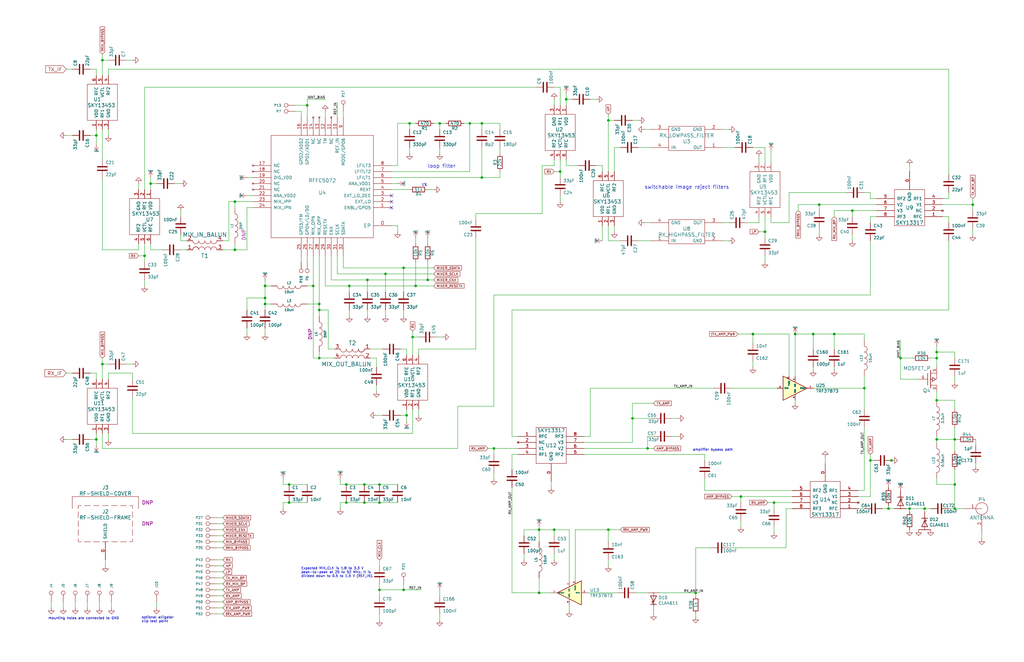
<source format=kicad_sch>
(kicad_sch (version 20231120) (generator "eeschema") (generator_version "8.0")
  (paper "User" 431.8 279.4)
  (title_block (title "HackRF One frontend") (date "2020-09-06") (company "Copyright 2012-2018 Michael Ossmann") (comment 1 "License: GPL v2") (comment 2 "with improvements Copyright 2020 Clifford Heath."))
  (junction (at 99.06 105.41))
  (junction (at 402.59 204.47))
  (junction (at 153.67 212.09))
  (junction (at 266.7 176.53))
  (junction (at 121.92 204.47))
  (junction (at 359.41 88.9))
  (junction (at 203.2 52.07))
  (junction (at 134.62 130.81))
  (junction (at 342.9 140.97))
  (junction (at 273.05 189.23))
  (junction (at 238.76 41.91))
  (junction (at 171.45 175.26))
  (junction (at 394.97 151.13))
  (junction (at 172.72 52.07))
  (junction (at 394.97 148.59))
  (junction (at 345.44 86.36))
  (junction (at 256.54 223.52))
  (junction (at 394.97 185.42))
  (junction (at 227.33 250.19))
  (junction (at 147.32 120.65))
  (junction (at 60.96 107.95))
  (junction (at 227.33 223.52))
  (junction (at 233.68 223.52))
  (junction (at 134.62 151.13))
  (junction (at 146.05 212.09))
  (junction (at 43.18 25.4))
  (junction (at 40.64 57.15))
  (junction (at 293.37 250.19))
  (junction (at 203.2 74.93))
  (junction (at 364.49 163.83))
  (junction (at 121.92 212.09))
  (junction (at 402.59 185.42))
  (junction (at 99.06 85.09))
  (junction (at 410.21 86.36))
  (junction (at 160.02 248.92))
  (junction (at 132.08 120.65))
  (junction (at 175.26 120.65))
  (junction (at 43.18 153.67))
  (junction (at 326.39 212.09))
  (junction (at 322.58 97.79))
  (junction (at 198.12 52.07))
  (junction (at 129.54 44.45))
  (junction (at 146.05 204.47))
  (junction (at 40.64 185.42))
  (junction (at 402.59 214.63))
  (junction (at 379.73 151.13))
  (junction (at 111.76 125.73))
  (junction (at 162.56 115.57))
  (junction (at 374.65 214.63))
  (junction (at 335.28 140.97))
  (junction (at 367.03 194.31))
  (junction (at 185.42 52.07))
  (junction (at 394.97 168.91))
  (junction (at 153.67 204.47))
  (junction (at 170.18 248.92))
  (junction (at 154.94 118.11))
  (junction (at 317.5 140.97))
  (junction (at 160.02 212.09))
  (junction (at 236.22 72.39))
  (junction (at 383.54 214.63))
  (junction (at 312.42 209.55))
  (junction (at 111.76 120.65))
  (junction (at 170.18 113.03))
  (junction (at 134.62 128.27))
  (junction (at 63.5 77.47))
  (junction (at 173.99 142.24))
  (junction (at 389.89 214.63))
  (junction (at 375.92 194.31))
  (junction (at 111.76 128.27))
  (junction (at 208.28 189.23))
  (junction (at 180.34 118.11))
  (junction (at 351.79 140.97))
  (junction (at 160.02 204.47))
  (junction (at 256.54 50.8))
  (no_connect (at 165.1 85.09))
  (no_connect (at 165.1 87.63))
  (no_connect (at 165.1 82.55))
  (wire (pts (xy 220.98 236.22) (xy 220.98 233.68)))
  (wire (pts (xy 91.44 259.08) (xy 93.98 259.08)))
  (wire (pts (xy 335.28 140.97) (xy 335.28 158.75)))
  (wire (pts (xy 332.74 158.75) (xy 332.74 140.97)))
  (wire (pts (xy 351.79 156.21) (xy 351.79 154.94)))
  (wire (pts (xy 215.9 191.77) (xy 215.9 198.12)))
  (wire (pts (xy 242.57 223.52) (xy 256.54 223.52)))
  (wire (pts (xy 142.24 115.57) (xy 142.24 107.95)))
  (wire (pts (xy 364.49 207.01) (xy 361.95 207.01)))
  (wire (pts (xy 91.44 238.76) (xy 93.98 238.76)))
  (wire (pts (xy 336.55 86.36) (xy 345.44 86.36)))
  (wire (pts (xy 342.9 156.21) (xy 342.9 154.94)))
  (wire (pts (xy 104.14 140.97) (xy 104.14 138.43)))
  (wire (pts (xy 317.5 140.97) (xy 317.5 144.78)))
  (wire (pts (xy 402.59 185.42) (xy 402.59 190.5)))
  (wire (pts (xy 182.88 80.01) (xy 180.34 80.01)))
  (wire (pts (xy 208.28 171.45) (xy 208.28 124.46)))
  (wire (pts (xy 410.21 86.36) (xy 410.21 88.9)))
  (wire (pts (xy 323.85 212.09) (xy 326.39 212.09)))
  (wire (pts (xy 121.92 212.09) (xy 129.54 212.09)))
  (wire (pts (xy 176.53 149.86) (xy 176.53 147.32)))
  (wire (pts (xy 43.18 151.13) (xy 43.18 153.67)))
  (wire (pts (xy 359.41 101.6) (xy 359.41 99.06)))
  (wire (pts (xy 326.39 212.09) (xy 334.01 212.09)))
  (wire (pts (xy 402.59 185.42) (xy 394.97 185.42)))
  (wire (pts (xy 332.74 140.97) (xy 317.5 140.97)))
  (wire (pts (xy 397.51 91.44) (xy 400.05 91.44)))
  (wire (pts (xy 45.72 153.67) (xy 43.18 153.67)))
  (wire (pts (xy 215.9 205.74) (xy 215.9 250.19)))
  (wire (pts (xy 40.64 185.42) (xy 40.64 187.96)))
  (wire (pts (xy 238.76 41.91) (xy 238.76 44.45)))
  (wire (pts (xy 256.54 50.8) (xy 256.54 72.39)))
  (wire (pts (xy 236.22 67.31) (xy 236.22 72.39)))
  (wire (pts (xy 218.44 191.77) (xy 215.9 191.77)))
  (wire (pts (xy 293.37 231.14) (xy 299.72 231.14)))
  (wire (pts (xy 43.18 22.86) (xy 43.18 25.4)))
  (wire (pts (xy 322.58 110.49) (xy 322.58 107.95)))
  (wire (pts (xy 347.98 193.04) (xy 347.98 195.58)))
  (wire (pts (xy 314.96 93.98) (xy 320.04 93.98)))
  (wire (pts (xy 364.49 81.28) (xy 367.03 81.28)))
  (wire (pts (xy 78.74 101.6) (xy 76.2 101.6)))
  (wire (pts (xy 304.8 54.61) (xy 307.34 54.61)))
  (wire (pts (xy 31.75 254) (xy 31.75 256.54)))
  (wire (pts (xy 172.72 52.07) (xy 175.26 52.07)))
  (wire (pts (xy 146.05 204.47) (xy 153.67 204.47)))
  (wire (pts (xy 402.59 204.47) (xy 402.59 214.63)))
  (wire (pts (xy 168.91 175.26) (xy 171.45 175.26)))
  (wire (pts (xy 55.88 182.88) (xy 55.88 167.64)))
  (wire (pts (xy 300.99 163.83) (xy 248.92 163.83)))
  (wire (pts (xy 326.39 224.79) (xy 326.39 222.25)))
  (wire (pts (xy 345.44 88.9) (xy 345.44 86.36)))
  (wire (pts (xy 227.33 250.19) (xy 215.9 250.19)))
  (wire (pts (xy 312.42 212.09) (xy 312.42 209.55)))
  (wire (pts (xy 297.18 191.77) (xy 246.38 191.77)))
  (wire (pts (xy 154.94 133.35) (xy 154.94 130.81)))
  (wire (pts (xy 170.18 248.92) (xy 177.8 248.92)))
  (wire (pts (xy 269.24 50.8) (xy 266.7 50.8)))
  (wire (pts (xy 165.1 72.39) (xy 198.12 72.39)))
  (wire (pts (xy 193.04 189.23) (xy 43.18 189.23)))
  (wire (pts (xy 236.22 36.83) (xy 233.68 36.83)))
  (wire (pts (xy 256.54 101.6) (xy 256.54 95.25)))
  (wire (pts (xy 143.51 204.47) (xy 143.51 201.93)))
  (wire (pts (xy 142.24 115.57) (xy 162.56 115.57)))
  (wire (pts (xy 285.75 176.53) (xy 283.21 176.53)))
  (wire (pts (xy 160.02 246.38) (xy 160.02 248.92)))
  (wire (pts (xy 275.59 170.18) (xy 266.7 170.18)))
  (wire (pts (xy 147.32 123.19) (xy 147.32 120.65)))
  (wire (pts (xy 228.6 90.17) (xy 228.6 69.85)))
  (wire (pts (xy 111.76 120.65) (xy 114.3 120.65)))
  (wire (pts (xy 400.05 214.63) (xy 402.59 214.63)))
  (wire (pts (xy 21.59 254) (xy 21.59 256.54)))
  (wire (pts (xy 129.54 120.65) (xy 132.08 120.65)))
  (wire (pts (xy 367.03 194.31) (xy 367.03 209.55)))
  (wire (pts (xy 410.21 83.82) (xy 410.21 86.36)))
  (wire (pts (xy 43.18 153.67) (xy 43.18 160.02)))
  (wire (pts (xy 198.12 52.07) (xy 203.2 52.07)))
  (wire (pts (xy 193.04 171.45) (xy 193.04 189.23)))
  (wire (pts (xy 275.59 184.15) (xy 273.05 184.15)))
  (wire (pts (xy 143.51 204.47) (xy 146.05 204.47)))
  (wire (pts (xy 402.59 214.63) (xy 406.4 214.63)))
  (wire (pts (xy 160.02 248.92) (xy 160.02 251.46)))
  (wire (pts (xy 142.24 43.18) (xy 142.24 49.53)))
  (wire (pts (xy 400.05 29.21) (xy 400.05 73.66)))
  (wire (pts (xy 367.03 209.55) (xy 361.95 209.55)))
  (wire (pts (xy 342.9 140.97) (xy 335.28 140.97)))
  (wire (pts (xy 368.3 194.31) (xy 367.03 194.31)))
  (wire (pts (xy 394.97 165.1) (xy 394.97 168.91)))
  (wire (pts (xy 91.44 236.22) (xy 93.98 236.22)))
  (wire (pts (xy 46.99 254) (xy 46.99 256.54)))
  (wire (pts (xy 111.76 118.11) (xy 111.76 120.65)))
  (wire (pts (xy 104.14 82.55) (xy 106.68 82.55)))
  (wire (pts (xy 275.59 176.53) (xy 266.7 176.53)))
  (wire (pts (xy 256.54 48.26) (xy 256.54 50.8)))
  (wire (pts (xy 200.66 147.32) (xy 200.66 100.33)))
  (wire (pts (xy 180.34 100.33) (xy 180.34 102.87)))
  (wire (pts (xy 227.33 223.52) (xy 233.68 223.52)))
  (wire (pts (xy 129.54 41.91) (xy 137.16 41.91)))
  (wire (pts (xy 379.73 160.02) (xy 387.35 160.02)))
  (wire (pts (xy 55.88 25.4) (xy 53.34 25.4)))
  (wire (pts (xy 91.44 248.92) (xy 93.98 248.92)))
  (wire (pts (xy 129.54 44.45) (xy 129.54 49.53)))
  (wire (pts (xy 38.1 185.42) (xy 40.64 185.42)))
  (wire (pts (xy 394.97 146.05) (xy 394.97 148.59)))
  (wire (pts (xy 138.43 147.32) (xy 140.97 147.32)))
  (wire (pts (xy 63.5 105.41) (xy 68.58 105.41)))
  (wire (pts (xy 58.42 102.87) (xy 58.42 105.41)))
  (wire (pts (xy 38.1 57.15) (xy 40.64 57.15)))
  (wire (pts (xy 173.99 172.72) (xy 173.99 182.88)))
  (wire (pts (xy 132.08 120.65) (xy 132.08 151.13)))
  (wire (pts (xy 261.62 62.23) (xy 259.08 62.23)))
  (wire (pts (xy 351.79 91.44) (xy 351.79 88.9)))
  (wire (pts (xy 232.41 250.19) (xy 227.33 250.19)))
  (wire (pts (xy 175.26 120.65) (xy 182.88 120.65)))
  (wire (pts (xy 167.64 52.07) (xy 172.72 52.07)))
  (wire (pts (xy 185.42 248.92) (xy 185.42 251.46)))
  (wire (pts (xy 383.54 214.63) (xy 382.27 214.63)))
  (wire (pts (xy 111.76 120.65) (xy 111.76 125.73)))
  (wire (pts (xy 132.08 151.13) (xy 134.62 151.13)))
  (wire (pts (xy 138.43 130.81) (xy 138.43 147.32)))
  (wire (pts (xy 137.16 120.65) (xy 147.32 120.65)))
  (wire (pts (xy 58.42 105.41) (xy 43.18 105.41)))
  (wire (pts (xy 336.55 88.9) (xy 336.55 86.36)))
  (wire (pts (xy 251.46 41.91) (xy 248.92 41.91)))
  (wire (pts (xy 96.52 85.09) (xy 99.06 85.09)))
  (wire (pts (xy 233.68 226.06) (xy 233.68 223.52)))
  (wire (pts (xy 147.32 120.65) (xy 175.26 120.65)))
  (wire (pts (xy 104.14 125.73) (xy 104.14 130.81)))
  (wire (pts (xy 91.44 226.06) (xy 93.98 226.06)))
  (wire (pts (xy 119.38 204.47) (xy 119.38 201.93)))
  (wire (pts (xy 384.81 151.13) (xy 379.73 151.13)))
  (wire (pts (xy 38.1 157.48) (xy 40.64 157.48)))
  (wire (pts (xy 254 69.85) (xy 254 72.39)))
  (wire (pts (xy 227.33 228.6) (xy 227.33 223.52)))
  (wire (pts (xy 208.28 189.23) (xy 218.44 189.23)))
  (wire (pts (xy 175.26 100.33) (xy 175.26 102.87)))
  (wire (pts (xy 27.94 57.15) (xy 30.48 57.15)))
  (wire (pts (xy 345.44 99.06) (xy 345.44 96.52)))
  (wire (pts (xy 58.42 107.95) (xy 60.96 107.95)))
  (wire (pts (xy 96.52 101.6) (xy 96.52 85.09)))
  (wire (pts (xy 220.98 226.06) (xy 220.98 223.52)))
  (wire (pts (xy 104.14 87.63) (xy 104.14 105.41)))
  (wire (pts (xy 317.5 154.94) (xy 317.5 152.4)))
  (wire (pts (xy 273.05 189.23) (xy 273.05 184.15)))
  (wire (pts (xy 251.46 69.85) (xy 254 69.85)))
  (wire (pts (xy 359.41 88.9) (xy 369.57 88.9)))
  (wire (pts (xy 158.75 154.94) (xy 158.75 151.13)))
  (wire (pts (xy 60.96 102.87) (xy 60.96 107.95)))
  (wire (pts (xy 27.94 157.48) (xy 30.48 157.48)))
  (wire (pts (xy 238.76 39.37) (xy 238.76 41.91)))
  (wire (pts (xy 91.44 220.98) (xy 93.98 220.98)))
  (wire (pts (xy 182.88 52.07) (xy 185.42 52.07)))
  (wire (pts (xy 121.92 204.47) (xy 129.54 204.47)))
  (wire (pts (xy 139.7 118.11) (xy 139.7 107.95)))
  (wire (pts (xy 320.04 97.79) (xy 322.58 97.79)))
  (wire (pts (xy 210.82 74.93) (xy 210.82 72.39)))
  (wire (pts (xy 45.72 160.02) (xy 45.72 157.48)))
  (wire (pts (xy 111.76 140.97) (xy 111.76 138.43)))
  (wire (pts (xy 91.44 231.14) (xy 93.98 231.14)))
  (wire (pts (xy 335.28 170.18) (xy 335.28 168.91)))
  (wire (pts (xy 411.48 195.58) (xy 411.48 196.85)))
  (wire (pts (xy 36.83 254) (xy 36.83 256.54)))
  (wire (pts (xy 331.47 231.14) (xy 331.47 214.63)))
  (wire (pts (xy 241.3 41.91) (xy 238.76 41.91)))
  (wire (pts (xy 325.12 63.5) (xy 325.12 68.58)))
  (wire (pts (xy 119.38 212.09) (xy 121.92 212.09)))
  (wire (pts (xy 173.99 139.7) (xy 173.99 142.24)))
  (wire (pts (xy 402.59 198.12) (xy 402.59 204.47)))
  (wire (pts (xy 124.46 44.45) (xy 129.54 44.45)))
  (wire (pts (xy 332.74 81.28) (xy 356.87 81.28)))
  (wire (pts (xy 227.33 250.19) (xy 227.33 243.84)))
  (wire (pts (xy 170.18 133.35) (xy 170.18 130.81)))
  (wire (pts (xy 248.92 163.83) (xy 248.92 184.15)))
  (wire (pts (xy 266.7 176.53) (xy 266.7 186.69)))
  (wire (pts (xy 160.02 238.76) (xy 160.02 236.22)))
  (wire (pts (xy 361.95 214.63) (xy 364.49 214.63)))
  (wire (pts (xy 158.75 151.13) (xy 156.21 151.13)))
  (wire (pts (xy 40.64 31.75) (xy 40.64 29.21)))
  (wire (pts (xy 233.68 72.39) (xy 236.22 72.39)))
  (wire (pts (xy 160.02 212.09) (xy 167.64 212.09)))
  (wire (pts (xy 27.94 185.42) (xy 30.48 185.42)))
  (wire (pts (xy 269.24 101.6) (xy 274.32 101.6)))
  (wire (pts (xy 320.04 66.04) (xy 320.04 68.58)))
  (wire (pts (xy 383.54 214.63) (xy 389.89 214.63)))
  (wire (pts (xy 342.9 140.97) (xy 342.9 147.32)))
  (wire (pts (xy 331.47 214.63) (xy 334.01 214.63)))
  (wire (pts (xy 45.72 182.88) (xy 45.72 185.42)))
  (wire (pts (xy 134.62 130.81) (xy 138.43 130.81)))
  (wire (pts (xy 60.96 80.01) (xy 60.96 36.83)))
  (wire (pts (xy 367.03 124.46) (xy 367.03 101.6)))
  (wire (pts (xy 106.68 87.63) (xy 104.14 87.63)))
  (wire (pts (xy 76.2 77.47) (xy 73.66 77.47)))
  (wire (pts (xy 293.37 231.14) (xy 293.37 250.19)))
  (wire (pts (xy 158.75 175.26) (xy 161.29 175.26)))
  (wire (pts (xy 259.08 62.23) (xy 259.08 72.39)))
  (wire (pts (xy 40.64 54.61) (xy 40.64 57.15)))
  (wire (pts (xy 143.51 212.09) (xy 143.51 214.63)))
  (wire (pts (xy 173.99 182.88) (xy 55.88 182.88)))
  (wire (pts (xy 403.86 185.42) (xy 402.59 185.42)))
  (wire (pts (xy 367.03 91.44) (xy 369.57 91.44)))
  (wire (pts (xy 308.61 209.55) (xy 312.42 209.55)))
  (wire (pts (xy 186.69 142.24) (xy 184.15 142.24)))
  (wire (pts (xy 278.13 250.19) (xy 293.37 250.19)))
  (wire (pts (xy 185.42 259.08) (xy 185.42 261.62)))
  (wire (pts (xy 134.62 130.81) (xy 134.62 133.35)))
  (wire (pts (xy 160.02 204.47) (xy 167.64 204.47)))
  (wire (pts (xy 175.26 120.65) (xy 175.26 110.49)))
  (wire (pts (xy 144.78 113.03) (xy 144.78 107.95)))
  (wire (pts (xy 367.03 191.77) (xy 367.03 194.31)))
  (wire (pts (xy 129.54 110.49) (xy 129.54 107.95)))
  (wire (pts (xy 243.84 69.85) (xy 238.76 69.85)))
  (wire (pts (xy 55.88 157.48) (xy 55.88 160.02)))
  (wire (pts (xy 146.05 212.09) (xy 153.67 212.09)))
  (wire (pts (xy 208.28 124.46) (xy 367.03 124.46)))
  (wire (pts (xy 325.12 93.98) (xy 325.12 91.44)))
  (wire (pts (xy 147.32 133.35) (xy 147.32 130.81)))
  (wire (pts (xy 411.48 185.42) (xy 411.48 187.96)))
  (wire (pts (xy 267.97 250.19) (xy 273.05 250.19)))
  (wire (pts (xy 367.03 81.28) (xy 367.03 83.82)))
  (wire (pts (xy 172.72 80.01) (xy 165.1 80.01)))
  (wire (pts (xy 185.42 64.77) (xy 185.42 62.23)))
  (wire (pts (xy 91.44 228.6) (xy 93.98 228.6)))
  (wire (pts (xy 60.96 107.95) (xy 60.96 110.49)))
  (wire (pts (xy 154.94 123.19) (xy 154.94 118.11)))
  (wire (pts (xy 285.75 184.15) (xy 283.21 184.15)))
  (wire (pts (xy 127 107.95) (xy 127 110.49)))
  (wire (pts (xy 256.54 238.76) (xy 256.54 236.22)))
  (wire (pts (xy 129.54 128.27) (xy 134.62 128.27)))
  (wire (pts (xy 240.03 223.52) (xy 240.03 245.11)))
  (wire (pts (xy 331.47 231.14) (xy 307.34 231.14)))
  (wire (pts (xy 377.19 214.63) (xy 374.65 214.63)))
  (wire (pts (xy 402.59 204.47) (xy 394.97 204.47)))
  (wire (pts (xy 293.37 260.35) (xy 293.37 259.08)))
  (wire (pts (xy 394.97 185.42) (xy 394.97 186.69)))
  (wire (pts (xy 43.18 25.4) (xy 43.18 31.75)))
  (wire (pts (xy 402.59 161.29) (xy 402.59 158.75)))
  (wire (pts (xy 400.05 83.82) (xy 397.51 83.82)))
  (wire (pts (xy 246.38 189.23) (xy 273.05 189.23)))
  (wire (pts (xy 397.51 86.36) (xy 410.21 86.36)))
  (wire (pts (xy 236.22 44.45) (xy 236.22 36.83)))
  (wire (pts (xy 185.42 54.61) (xy 185.42 52.07)))
  (wire (pts (xy 99.06 85.09) (xy 106.68 85.09)))
  (wire (pts (xy 379.73 143.51) (xy 379.73 151.13)))
  (wire (pts (xy 40.64 157.48) (xy 40.64 160.02)))
  (wire (pts (xy 383.54 215.9) (xy 383.54 214.63)))
  (wire (pts (xy 195.58 52.07) (xy 198.12 52.07)))
  (wire (pts (xy 312.42 209.55) (xy 334.01 209.55)))
  (wire (pts (xy 271.78 93.98) (xy 274.32 93.98)))
  (wire (pts (xy 233.68 41.91) (xy 233.68 44.45)))
  (wire (pts (xy 91.44 223.52) (xy 93.98 223.52)))
  (wire (pts (xy 375.92 194.31) (xy 373.38 194.31)))
  (wire (pts (xy 351.79 140.97) (xy 342.9 140.97)))
  (wire (pts (xy 127 46.99) (xy 124.46 46.99)))
  (wire (pts (xy 76.2 101.6) (xy 76.2 99.06)))
  (wire (pts (xy 143.51 212.09) (xy 146.05 212.09)))
  (wire (pts (xy 76.2 88.9) (xy 76.2 91.44)))
  (wire (pts (xy 374.65 214.63) (xy 374.65 213.36)))
  (wire (pts (xy 76.2 105.41) (xy 78.74 105.41)))
  (wire (pts (xy 320.04 93.98) (xy 320.04 91.44)))
  (wire (pts (xy 210.82 52.07) (xy 210.82 54.61)))
  (wire (pts (xy 153.67 212.09) (xy 160.02 212.09)))
  (wire (pts (xy 137.16 46.99) (xy 137.16 49.53)))
  (wire (pts (xy 372.11 214.63) (xy 374.65 214.63)))
  (wire (pts (xy 312.42 222.25) (xy 312.42 219.71)))
  (wire (pts (xy 165.1 95.25) (xy 167.64 95.25)))
  (wire (pts (xy 367.03 93.98) (xy 367.03 91.44)))
  (wire (pts (xy 208.28 191.77) (xy 208.28 189.23)))
  (wire (pts (xy 379.73 151.13) (xy 379.73 160.02)))
  (wire (pts (xy 41.91 254) (xy 41.91 256.54)))
  (wire (pts (xy 203.2 52.07) (xy 203.2 54.61)))
  (wire (pts (xy 266.7 170.18) (xy 266.7 176.53)))
  (wire (pts (xy 176.53 175.26) (xy 176.53 172.72)))
  (wire (pts (xy 60.96 120.65) (xy 60.96 118.11)))
  (wire (pts (xy 364.49 158.75) (xy 364.49 163.83)))
  (wire (pts (xy 342.9 163.83) (xy 364.49 163.83)))
  (wire (pts (xy 162.56 115.57) (xy 182.88 115.57)))
  (wire (pts (xy 171.45 175.26) (xy 171.45 177.8)))
  (wire (pts (xy 134.62 148.59) (xy 134.62 151.13)))
  (wire (pts (xy 345.44 86.36) (xy 369.57 86.36)))
  (wire (pts (xy 307.34 101.6) (xy 304.8 101.6)))
  (wire (pts (xy 176.53 147.32) (xy 200.66 147.32)))
  (wire (pts (xy 200.66 90.17) (xy 228.6 90.17)))
  (wire (pts (xy 274.32 62.23) (xy 269.24 62.23)))
  (wire (pts (xy 91.44 243.84) (xy 93.98 243.84)))
  (wire (pts (xy 410.21 99.06) (xy 410.21 96.52)))
  (wire (pts (xy 364.49 163.83) (xy 364.49 172.72)))
  (wire (pts (xy 66.04 77.47) (xy 63.5 77.47)))
  (wire (pts (xy 203.2 62.23) (xy 203.2 74.93)))
  (wire (pts (xy 99.06 102.87) (xy 99.06 105.41)))
  (wire (pts (xy 99.06 87.63) (xy 99.06 85.09)))
  (wire (pts (xy 170.18 113.03) (xy 182.88 113.03)))
  (wire (pts (xy 45.72 57.15) (xy 45.72 54.61)))
  (wire (pts (xy 402.59 172.72) (xy 402.59 168.91)))
  (wire (pts (xy 402.59 151.13) (xy 402.59 148.59)))
  (wire (pts (xy 43.18 67.31) (xy 43.18 54.61)))
  (wire (pts (xy 170.18 123.19) (xy 170.18 113.03)))
  (wire (pts (xy 162.56 123.19) (xy 162.56 115.57)))
  (wire (pts (xy 364.49 180.34) (xy 364.49 207.01)))
  (wire (pts (xy 402.59 180.34) (xy 402.59 185.42)))
  (wire (pts (xy 215.9 130.81) (xy 215.9 184.15)))
  (wire (pts (xy 180.34 118.11) (xy 180.34 110.49)))
  (wire (pts (xy 167.64 95.25) (xy 167.64 97.79)))
  (wire (pts (xy 111.76 125.73) (xy 104.14 125.73)))
  (wire (pts (xy 162.56 133.35) (xy 162.56 130.81)))
  (wire (pts (xy 359.41 91.44) (xy 359.41 88.9)))
  (wire (pts (xy 261.62 101.6) (xy 256.54 101.6)))
  (wire (pts (xy 44.45 236.22) (xy 44.45 238.76)))
  (wire (pts (xy 402.59 148.59) (xy 394.97 148.59)))
  (wire (pts (xy 156.21 147.32) (xy 161.29 147.32)))
  (wire (pts (xy 91.44 218.44) (xy 93.98 218.44)))
  (wire (pts (xy 167.64 69.85) (xy 167.64 52.07)))
  (wire (pts (xy 176.53 142.24) (xy 173.99 142.24)))
  (wire (pts (xy 389.89 214.63) (xy 392.43 214.63)))
  (wire (pts (xy 45.72 25.4) (xy 43.18 25.4)))
  (wire (pts (xy 43.18 189.23) (xy 43.18 182.88)))
  (wire (pts (xy 259.08 97.79) (xy 259.08 95.25)))
  (wire (pts (xy 394.97 184.15) (xy 394.97 185.42)))
  (wire (pts (xy 154.94 118.11) (xy 180.34 118.11)))
  (wire (pts (xy 233.68 223.52) (xy 240.03 223.52)))
  (wire (pts (xy 144.78 49.53) (xy 144.78 46.99)))
  (wire (pts (xy 297.18 207.01) (xy 297.18 201.93)))
  (wire (pts (xy 26.67 254) (xy 26.67 256.54)))
  (wire (pts (xy 40.64 29.21) (xy 38.1 29.21)))
  (wire (pts (xy 165.1 69.85) (xy 167.64 69.85)))
  (wire (pts (xy 165.1 74.93) (xy 203.2 74.93)))
  (wire (pts (xy 160.02 261.62) (xy 160.02 259.08)))
  (wire (pts (xy 332.74 93.98) (xy 332.74 81.28)))
  (wire (pts (xy 297.18 194.31) (xy 297.18 191.77)))
  (wire (pts (xy 220.98 223.52) (xy 227.33 223.52)))
  (wire (pts (xy 351.79 140.97) (xy 364.49 140.97)))
  (wire (pts (xy 91.44 254) (xy 93.98 254)))
  (wire (pts (xy 256.54 223.52) (xy 256.54 228.6)))
  (wire (pts (xy 394.97 201.93) (xy 394.97 204.47)))
  (wire (pts (xy 127 49.53) (xy 127 46.99)))
  (wire (pts (xy 227.33 222.25) (xy 227.33 223.52)))
  (wire (pts (xy 91.44 241.3) (xy 93.98 241.3)))
  (wire (pts (xy 259.08 50.8) (xy 256.54 50.8)))
  (wire (pts (xy 247.65 250.19) (xy 260.35 250.19)))
  (wire (pts (xy 400.05 101.6) (xy 400.05 130.81)))
  (wire (pts (xy 400.05 91.44) (xy 400.05 93.98)))
  (wire (pts (xy 134.62 107.95) (xy 134.62 128.27)))
  (wire (pts (xy 304.8 93.98) (xy 307.34 93.98)))
  (wire (pts (xy 242.57 245.11) (xy 242.57 223.52)))
  (wire (pts (xy 205.74 189.23) (xy 208.28 189.23)))
  (wire (pts (xy 137.16 120.65) (xy 137.16 107.95)))
  (wire (pts (xy 168.91 147.32) (xy 171.45 147.32)))
  (wire (pts (xy 167.64 77.47) (xy 165.1 77.47)))
  (wire (pts (xy 63.5 102.87) (xy 63.5 105.41)))
  (wire (pts (xy 389.89 215.9) (xy 389.89 214.63)))
  (wire (pts (xy 172.72 64.77) (xy 172.72 62.23)))
  (wire (pts (xy 114.3 128.27) (xy 111.76 128.27)))
  (wire (pts (xy 60.96 36.83) (xy 226.06 36.83)))
  (wire (pts (xy 208.28 201.93) (xy 208.28 199.39)))
  (wire (pts (xy 210.82 64.77) (xy 210.82 62.23)))
  (wire (pts (xy 111.76 128.27) (xy 111.76 130.81)))
  (wire (pts (xy 63.5 74.93) (xy 63.5 77.47)))
  (wire (pts (xy 45.72 31.75) (xy 45.72 29.21)))
  (wire (pts (xy 309.88 62.23) (xy 304.8 62.23)))
  (wire (pts (xy 240.03 257.81) (xy 240.03 255.27)))
  (wire (pts (xy 171.45 147.32) (xy 171.45 149.86)))
  (wire (pts (xy 93.98 101.6) (xy 96.52 101.6)))
  (wire (pts (xy 394.97 151.13) (xy 394.97 154.94)))
  (wire (pts (xy 203.2 74.93) (xy 210.82 74.93)))
  (wire (pts (xy 327.66 163.83) (xy 308.61 163.83)))
  (wire (pts (xy 233.68 236.22) (xy 233.68 233.68)))
  (wire (pts (xy 236.22 72.39) (xy 236.22 74.93)))
  (wire (pts (xy 91.44 256.54) (xy 93.98 256.54)))
  (wire (pts (xy 58.42 77.47) (xy 58.42 80.01)))
  (wire (pts (xy 228.6 69.85) (xy 233.68 69.85)))
  (wire (pts (xy 200.66 92.71) (xy 200.66 90.17)))
  (wire (pts (xy 172.72 54.61) (xy 172.72 52.07)))
  (wire (pts (xy 322.58 62.23) (xy 317.5 62.23)))
  (wire (pts (xy 322.58 68.58) (xy 322.58 62.23)))
  (wire (pts (xy 203.2 52.07) (xy 210.82 52.07)))
  (wire (pts (xy 158.75 165.1) (xy 158.75 162.56)))
  (wire (pts (xy 238.76 69.85) (xy 238.76 67.31)))
  (wire (pts (xy 232.41 205.74) (xy 232.41 203.2)))
  (wire (pts (xy 218.44 184.15) (xy 215.9 184.15)))
  (wire (pts (xy 414.02 224.79) (xy 414.02 227.33)))
  (wire (pts (xy 134.62 128.27) (xy 134.62 130.81)))
  (wire (pts (xy 104.14 105.41) (xy 99.06 105.41)))
  (wire (pts (xy 374.65 205.74) (xy 374.65 205.486)))
  (wire (pts (xy 236.22 85.09) (xy 236.22 82.55)))
  (wire (pts (xy 334.01 207.01) (xy 297.18 207.01)))
  (wire (pts (xy 129.54 41.91) (xy 129.54 44.45)))
  (wire (pts (xy 40.64 182.88) (xy 40.64 185.42)))
  (wire (pts (xy 40.64 57.15) (xy 40.64 60.96)))
  (wire (pts (xy 233.68 69.85) (xy 233.68 67.31)))
  (wire (pts (xy 27.94 29.21) (xy 30.48 29.21)))
  (wire (pts (xy 43.18 74.93) (xy 43.18 105.41)))
  (wire (pts (xy 322.58 91.44) (xy 322.58 97.79)))
  (wire (pts (xy 134.62 151.13) (xy 140.97 151.13)))
  (wire (pts (xy 119.38 212.09) (xy 119.38 214.63)))
  (wire (pts (xy 173.99 142.24) (xy 173.99 149.86)))
  (wire (pts (xy 351.79 88.9) (xy 359.41 88.9)))
  (wire (pts (xy 180.34 118.11) (xy 182.88 118.11)))
  (wire (pts (xy 45.72 157.48) (xy 55.88 157.48)))
  (wire (pts (xy 311.15 140.97) (xy 317.5 140.97)))
  (wire (pts (xy 99.06 105.41) (xy 93.98 105.41)))
  (wire (pts (xy 394.97 151.13) (xy 392.43 151.13)))
  (wire (pts (xy 254 95.25) (xy 254 101.6)))
  (wire (pts (xy 367.03 83.82) (xy 369.57 83.82)))
  (wire (pts (xy 322.58 97.79) (xy 322.58 100.33)))
  (wire (pts (xy 55.88 153.67) (xy 53.34 153.67)))
  (wire (pts (xy 383.54 69.85) (xy 383.54 72.39)))
  (wire (pts (xy 119.38 204.47) (xy 121.92 204.47)))
  (wire (pts (xy 364.49 140.97) (xy 364.49 143.51)))
  (wire (pts (xy 208.28 171.45) (xy 193.04 171.45)))
  (wire (pts (xy 91.44 251.46) (xy 93.98 251.46)))
  (wire (pts (xy 256.54 223.52) (xy 261.62 223.52)))
  (wire (pts (xy 185.42 52.07) (xy 187.96 52.07)))
  (wire (pts (xy 63.5 80.01) (xy 63.5 77.47)))
  (wire (pts (xy 111.76 125.73) (xy 111.76 128.27)))
  (wire (pts (xy 66.04 254) (xy 66.04 256.54)))
  (wire (pts (xy 326.39 214.63) (xy 326.39 212.09)))
  (wire (pts (xy 144.78 113.03) (xy 170.18 113.03)))
  (wire (pts (xy 160.02 248.92) (xy 170.18 248.92)))
  (wire (pts (xy 153.67 204.47) (xy 160.02 204.47)))
  (wire (pts (xy 402.59 168.91) (xy 394.97 168.91)))
  (wire (pts (xy 171.45 172.72) (xy 171.45 175.26)))
  (wire (pts (xy 400.05 81.28) (xy 400.05 83.82)))
  (wire (pts (xy 246.38 184.15) (xy 248.92 184.15)))
  (wire (pts (xy 246.38 186.69) (xy 266.7 186.69)))
  (wire (pts (xy 400.05 130.81) (xy 215.9 130.81)))
  (wire (pts (xy 351.79 140.97) (xy 351.79 147.32)))
  (wire (pts (xy 170.18 246.38) (xy 170.18 248.92)))
  (wire (pts (xy 132.08 107.95) (xy 132.08 120.65)))
  (wire (pts (xy 91.44 246.38) (xy 93.98 246.38)))
  (wire (pts (xy 275.59 189.23) (xy 273.05 189.23)))
  (wire (pts (xy 271.78 54.61) (xy 274.32 54.61)))
  (wire (pts (xy 394.97 148.59) (xy 394.97 151.13)))
  (wire (pts (xy 332.74 93.98) (xy 325.12 93.98)))
  (wire (pts (xy 139.7 118.11) (xy 154.94 118.11)))
  (wire (pts (xy 198.12 72.39) (xy 198.12 52.07)))
  (wire (pts (xy 275.59 257.81) (xy 275.59 259.08)))
  (wire (pts (xy 293.37 250.19) (xy 293.37 251.46)))
  (wire (pts (xy 106.68 74.93) (xy 104.14 74.93)))
  (wire (pts (xy 45.72 29.21) (xy 400.05 29.21)))
  (text "amplifier bypass path" (at 292.1 190.5 0) (effects (font (size 1.016 1.016)) (justify left bottom)))
  (text "switchable image reject filters" (at 271.78 80.01 0) (effects (font (size 1.524 1.524)) (justify left bottom)))
  (text "loop filter" (at 180.34 71.12 0) (effects (font (size 1.524 1.524)) (justify left bottom)))
  (text "1%" (at 177.8 78.74 0) (effects (font (size 1.016 1.016)) (justify left bottom)))
  (text "Expected MIX_CLK is 1.8 to 3.3 V\npeak-to-peak at 25 to 52 MHz. It is\ndivided down to 0.5 to 1.5 V (REF_IN)." (at 127 243.84 0) (effects (font (size 1.016 1.016)) (justify left bottom)))
  (text "optional alligator\nclip test point" (at 59.69 262.89 0) (effects (font (size 1.016 1.016)) (justify left bottom)))
  (text "mounting holes are connected to GND" (at 20.32 261.62 0) (effects (font (size 1.016 1.016)) (justify left bottom)))
  (label "REF_IN" (at 142.24 43.18 270) (effects (font (size 1.016 1.016))))
  (label "RX_AMP_OUT" (at 215.9 217.17 90) (effects (font (size 1.016 1.016))))
  (label "RX_AMP_IN" (at 288.29 250.19 0) (effects (font (size 1.016 1.016))))
  (label "!ANT_BIAS" (at 137.16 41.91 180) (effects (font (size 1.016 1.016))))
  (label "!ANT_BIAS" (at 379.73 143.51 270) (effects (font (size 1.016 1.016))))
  (label "REF_IN" (at 177.8 248.92 180) (effects (font (size 1.016 1.016))))
  (label "TX_AMP_OUT" (at 364.49 191.77 90) (effects (font (size 1.016 1.016))))
  (label "TX_AMP_IN" (at 292.1 163.83 180) (effects (font (size 1.016 1.016))))
  (global_label "TX_MIX_BP" (shape input) (at 410.21 83.82 90) (effects (font (size 1.016 1.016))) (property "Intersheetrefs" "${INTERSHEET_REFS}" (effects (hide yes))))
  (global_label "RX_MIX_BP" (shape input) (at 351.79 91.44 270) (effects (font (size 1.016 1.016))) (property "Intersheetrefs" "${INTERSHEET_REFS}" (effects (hide yes))))
  (global_label "RX" (shape input) (at 58.42 107.95 180) (effects (font (size 1.016 1.016))) (property "Intersheetrefs" "${INTERSHEET_REFS}" (effects (hide yes))))
  (global_label "MIXER_SCLK" (shape input) (at 182.88 115.57 0) (effects (font (size 1.016 1.016))) (property "Intersheetrefs" "${INTERSHEET_REFS}" (effects (hide yes))))
  (global_label "!RX_AMP_PWR" (shape input) (at 261.62 223.52 0) (effects (font (size 1.016 1.016))) (property "Intersheetrefs" "${INTERSHEET_REFS}" (effects (hide yes))))
  (global_label "MIXER_ENX" (shape input) (at 93.98 223.52 0) (effects (font (size 1.016 1.016))) (property "Intersheetrefs" "${INTERSHEET_REFS}" (effects (hide yes))))
  (global_label "!MIX_BYPASS" (shape input) (at 43.18 22.86 90) (effects (font (size 1.016 1.016))) (property "Intersheetrefs" "${INTERSHEET_REFS}" (effects (hide yes))))
  (global_label "RX_IF" (shape input) (at 27.94 157.48 180) (effects (font (size 1.524 1.524))) (property "Intersheetrefs" "${INTERSHEET_REFS}" (effects (hide yes))))
  (global_label "MIXER_ENX" (shape input) (at 182.88 118.11 0) (effects (font (size 1.016 1.016))) (property "Intersheetrefs" "${INTERSHEET_REFS}" (effects (hide yes))))
  (global_label "MIXER_RESETX" (shape input) (at 182.88 120.65 0) (effects (font (size 1.016 1.016))) (property "Intersheetrefs" "${INTERSHEET_REFS}" (effects (hide yes))))
  (global_label "!MIX_BYPASS" (shape input) (at 93.98 231.14 0) (effects (font (size 1.016 1.016))) (property "Intersheetrefs" "${INTERSHEET_REFS}" (effects (hide yes))))
  (global_label "TX_IF" (shape input) (at 27.94 29.21 180) (effects (font (size 1.524 1.524))) (property "Intersheetrefs" "${INTERSHEET_REFS}" (effects (hide yes))))
  (global_label "MIX_CLK" (shape input) (at 160.02 236.22 90) (effects (font (size 1.016 1.016))) (property "Intersheetrefs" "${INTERSHEET_REFS}" (effects (hide yes))))
  (global_label "MIXER_SCLK" (shape input) (at 93.98 220.98 0) (effects (font (size 1.016 1.016))) (property "Intersheetrefs" "${INTERSHEET_REFS}" (effects (hide yes))))
  (global_label "MIX_BYPASS" (shape input) (at 93.98 228.6 0) (effects (font (size 1.016 1.016))) (property "Intersheetrefs" "${INTERSHEET_REFS}" (effects (hide yes))))
  (global_label "RX_MIX_BP" (shape input) (at 93.98 246.38 0) (effects (font (size 1.016 1.016))) (property "Intersheetrefs" "${INTERSHEET_REFS}" (effects (hide yes))))
  (global_label "RX_AMP" (shape input) (at 205.74 189.23 180) (effects (font (size 1.016 1.016))) (property "Intersheetrefs" "${INTERSHEET_REFS}" (effects (hide yes))))
  (global_label "TX_AMP" (shape input) (at 275.59 170.18 0) (effects (font (size 1.016 1.016))) (property "Intersheetrefs" "${INTERSHEET_REFS}" (effects (hide yes))))
  (global_label "AMP_BYPASS" (shape input) (at 93.98 254 0) (effects (font (size 1.016 1.016))) (property "Intersheetrefs" "${INTERSHEET_REFS}" (effects (hide yes))))
  (global_label "MIX_BYPASS" (shape input) (at 43.18 151.13 90) (effects (font (size 1.016 1.016))) (property "Intersheetrefs" "${INTERSHEET_REFS}" (effects (hide yes))))
  (global_label "RX" (shape input) (at 233.68 72.39 180) (effects (font (size 1.016 1.016))) (property "Intersheetrefs" "${INTERSHEET_REFS}" (effects (hide yes))))
  (global_label "!RX_AMP_PWR" (shape input) (at 93.98 259.08 0) (effects (font (size 1.016 1.016))) (property "Intersheetrefs" "${INTERSHEET_REFS}" (effects (hide yes))))
  (global_label "!MIX_BYPASS" (shape input) (at 336.55 88.9 270) (effects (font (size 1.016 1.016))) (property "Intersheetrefs" "${INTERSHEET_REFS}" (effects (hide yes))))
  (global_label "TX_AMP" (shape input) (at 93.98 248.92 0) (effects (font (size 1.016 1.016))) (property "Intersheetrefs" "${INTERSHEET_REFS}" (effects (hide yes))))
  (global_label "!TX_AMP_PWR" (shape input) (at 93.98 256.54 0) (effects (font (size 1.016 1.016))) (property "Intersheetrefs" "${INTERSHEET_REFS}" (effects (hide yes))))
  (global_label "RX_AMP" (shape input) (at 323.85 212.09 180) (effects (font (size 1.016 1.016))) (property "Intersheetrefs" "${INTERSHEET_REFS}" (effects (hide yes))))
  (global_label "LP" (shape input) (at 93.98 241.3 0) (effects (font (size 1.016 1.016))) (property "Intersheetrefs" "${INTERSHEET_REFS}" (effects (hide yes))))
  (global_label "AMP_BYPASS" (shape input) (at 308.61 209.55 180) (effects (font (size 1.016 1.016))) (property "Intersheetrefs" "${INTERSHEET_REFS}" (effects (hide yes))))
  (global_label "LP" (shape input) (at 320.04 97.79 180) (effects (font (size 1.016 1.016))) (property "Intersheetrefs" "${INTERSHEET_REFS}" (effects (hide yes))))
  (global_label "AMP_BYPASS" (shape input) (at 275.59 189.23 0) (effects (font (size 1.016 1.016))) (property "Intersheetrefs" "${INTERSHEET_REFS}" (effects (hide yes))))
  (global_label "RX_AMP" (shape input) (at 93.98 251.46 0) (effects (font (size 1.016 1.016))) (property "Intersheetrefs" "${INTERSHEET_REFS}" (effects (hide yes))))
  (global_label "TX_AMP" (shape input) (at 367.03 191.77 90) (effects (font (size 1.016 1.016))) (property "Intersheetrefs" "${INTERSHEET_REFS}" (effects (hide yes))))
  (global_label "MIXER_RESETX" (shape input) (at 93.98 226.06 0) (effects (font (size 1.016 1.016))) (property "Intersheetrefs" "${INTERSHEET_REFS}" (effects (hide yes))))
  (global_label "TX_MIX_BP" (shape input) (at 93.98 243.84 0) (effects (font (size 1.016 1.016))) (property "Intersheetrefs" "${INTERSHEET_REFS}" (effects (hide yes))))
  (global_label "MIXER_SDATA" (shape input) (at 93.98 218.44 0) (effects (font (size 1.016 1.016))) (property "Intersheetrefs" "${INTERSHEET_REFS}" (effects (hide yes))))
  (global_label "RX" (shape input) (at 93.98 236.22 0) (effects (font (size 1.016 1.016))) (property "Intersheetrefs" "${INTERSHEET_REFS}" (effects (hide yes))))
  (global_label "!TX_AMP_PWR" (shape input) (at 311.15 140.97 180) (effects (font (size 1.016 1.016))) (property "Intersheetrefs" "${INTERSHEET_REFS}" (effects (hide yes))))
  (global_label "RX" (shape input) (at 173.99 139.7 90) (effects (font (size 1.016 1.016))) (property "Intersheetrefs" "${INTERSHEET_REFS}" (effects (hide yes))))
  (global_label "HP" (shape input) (at 93.98 238.76 0) (effects (font (size 1.016 1.016))) (property "Intersheetrefs" "${INTERSHEET_REFS}" (effects (hide yes))))
  (global_label "HP" (shape input) (at 256.54 48.26 90) (effects (font (size 1.016 1.016))) (property "Intersheetrefs" "${INTERSHEET_REFS}" (effects (hide yes))))
  (global_label "MIXER_SDATA" (shape input) (at 182.88 113.03 0) (effects (font (size 1.016 1.016))) (property "Intersheetrefs" "${INTERSHEET_REFS}" (effects (hide yes))))
  (symbol (lib_id "hackrf-one:GSG-RF-CONN-hackrf") (at 414.02 214.63 0) (mirror y) (unit 1)
    (property "Reference" "P4" (at 414.02 210.82 0) (effects (font (size 1.524 1.524))))
    (property "Value" "ANTENNA" (at 414.02 218.44 0) (effects (font (size 1.524 1.524))))
    (property "Footprint" "gsg-modules:SMA-73251-2120" (effects (hide yes)))
    (property "Description" "CONN SMA JACK 50 OHM EDGE MNT W/JAM NUT & LOCK WASHER" (effects (hide yes)))
    (property "Manufacturer" "Molex" (effects (hide yes)))
    (property "Part Number" "73251-2121" (effects (hide yes)))
  )
  (symbol (lib_id "hackrf-one:FIL-DEA-hackrf") (at 289.56 97.79 0) (unit 1)
    (property "Reference" "U8" (at 289.56 96.52 0) (effects (font (size 1.524 1.524))))
    (property "Value" "RX_HIGHPASS_FILTER" (at 289.56 99.06 0) (effects (font (size 1.524 1.524))))
    (property "Footprint" "hackrf:GSG-HP-DEA" (effects (hide yes)))
    (property "Description" "FILTER HIGHPASS WLAN&BLUETOOTH" (effects (hide yes)))
    (property "Manufacturer" "TDK" (effects (hide yes)))
    (property "Part Number" "DEA162400HT-8004B1" (effects (hide yes)))
  )
  (symbol (lib_id "hackrf-one:FIL-LP0603-hackrf") (at 289.56 58.42 180) (unit 1)
    (property "Reference" "U3" (at 289.56 59.69 0) (effects (font (size 1.524 1.524))))
    (property "Value" "RX_LOWPASS_FILTER" (at 289.56 57.15 0) (effects (font (size 1.524 1.524))))
    (property "Footprint" "hackrf:GSG-LP0603" (effects (hide yes)))
    (property "Description" "FILTER LOW PASS 1880MHZ 0603 SMD" (effects (hide yes)))
    (property "Manufacturer" "AVX" (effects (hide yes)))
    (property "Part Number" "LP0603A1880ANTR" (effects (hide yes)))
  )
  (symbol (lib_id "hackrf-one:GND-power") (at 158.75 165.1 0) (unit 1)
    (property "Reference" "#PWR079" (effects (hide yes)))
    (property "Value" "GND" (effects (hide yes)))
  )
  (symbol (lib_id "hackrf-one:VCC-power") (at 104.14 74.93 90) (unit 1)
    (property "Reference" "#PWR078" (effects (hide yes)))
    (property "Value" "VCC" (at 101.6 74.93 0) (effects (font (size 0.762 0.762))))
  )
  (symbol (lib_id "Device:C") (at 262.89 50.8 270) (unit 1)
    (property "Reference" "C30" (at 265.43 52.07 0) (effects (justify left)))
    (property "Value" "33pF" (at 260.35 52.07 0) (effects (justify left)))
    (property "Footprint" "hackrf:GSG-0402" (effects (hide yes)))
    (property "Description" "CAP CER 33PF 50V 5% NP0 0402" (effects (hide yes)))
    (property "Manufacturer" "Murata" (effects (hide yes)))
    (property "Part Number" "GRM1555C1H330JA01D" (effects (hide yes)))
  )
  (symbol (lib_id "hackrf-one:GND-power") (at 307.34 101.6 90) (unit 1)
    (property "Reference" "#PWR076" (effects (hide yes)))
    (property "Value" "GND" (effects (hide yes)))
  )
  (symbol (lib_id "hackrf-one:GND-power") (at 307.34 54.61 90) (unit 1)
    (property "Reference" "#PWR075" (effects (hide yes)))
    (property "Value" "GND" (effects (hide yes)))
  )
  (symbol (lib_id "hackrf-one:GND-power") (at 271.78 54.61 270) (unit 1)
    (property "Reference" "#PWR074" (effects (hide yes)))
    (property "Value" "GND" (effects (hide yes)))
  )
  (symbol (lib_id "hackrf-one:GND-power") (at 271.78 93.98 270) (unit 1)
    (property "Reference" "#PWR073" (effects (hide yes)))
    (property "Value" "GND" (effects (hide yes)))
  )
  (symbol (lib_id "Device:C") (at 311.15 93.98 90) (unit 1)
    (property "Reference" "C26" (at 308.61 92.71 0) (effects (justify left)))
    (property "Value" "47pF" (at 313.69 92.71 0) (effects (justify left)))
    (property "Footprint" "hackrf:GSG-0402" (effects (hide yes)))
    (property "Description" "CAP CER 47PF 50V 5% NP0 0402" (effects (hide yes)))
    (property "Manufacturer" "Murata" (effects (hide yes)))
    (property "Part Number" "GRM1555C1H470JA01D" (effects (hide yes)))
  )
  (symbol (lib_id "hackrf-one:GND-power") (at 414.02 227.33 0) (unit 1)
    (property "Reference" "#PWR072" (effects (hide yes)))
    (property "Value" "GND" (effects (hide yes)))
  )
  (symbol (lib_id "Device:C") (at 111.76 134.62 0) (unit 1)
    (property "Reference" "C42" (at 113.03 132.08 0) (effects (justify left)))
    (property "Value" "100pF" (at 113.03 137.16 0) (effects (justify left)))
    (property "Footprint" "hackrf:GSG-0402" (effects (hide yes)))
    (property "Description" "CAP CER 100PF 50V 5% NP0 0402" (effects (hide yes)))
    (property "Manufacturer" "Murata" (effects (hide yes)))
    (property "Part Number" "GRM1555C1H101JA01D" (effects (hide yes)))
  )
  (symbol (lib_id "hackrf-one:GND-power") (at 111.76 140.97 0) (unit 1)
    (property "Reference" "#PWR071" (effects (hide yes)))
    (property "Value" "GND" (effects (hide yes)))
  )
  (symbol (lib_id "Device:C") (at 172.72 58.42 0) (unit 1)
    (property "Reference" "C12" (at 173.99 55.88 0) (effects (justify left)))
    (property "Value" "330pF" (at 173.99 60.96 0) (effects (justify left)))
    (property "Footprint" "hackrf:GSG-0402" (effects (hide yes)))
    (property "Description" "CAP CER 330PF 50V 10% X7R 0402" (effects (hide yes)))
    (property "Manufacturer" "Murata" (effects (hide yes)))
    (property "Part Number" "GRM155R71H331KA01D" (effects (hide yes)))
  )
  (symbol (lib_id "Device:R") (at 179.07 52.07 270) (unit 1)
    (property "Reference" "R1" (at 179.07 54.102 90))
    (property "Value" "470" (at 179.07 52.07 90))
    (property "Footprint" "hackrf:GSG-0402" (effects (hide yes)))
    (property "Description" "RES TF 1/16W 470 OHM 5% 0402" (effects (hide yes)))
    (property "Manufacturer" "Stackpole" (effects (hide yes)))
    (property "Part Number" "RMCF0402JT470R" (effects (hide yes)))
  )
  (symbol (lib_id "Device:C") (at 185.42 58.42 0) (unit 1)
    (property "Reference" "C13" (at 186.69 55.88 0) (effects (justify left)))
    (property "Value" "330pF" (at 186.69 60.96 0) (effects (justify left)))
    (property "Footprint" "hackrf:GSG-0402" (effects (hide yes)))
    (property "Description" "CAP CER 330PF 50V 10% X7R 0402" (effects (hide yes)))
    (property "Manufacturer" "Murata" (effects (hide yes)))
    (property "Part Number" "GRM155R71H331KA01D" (effects (hide yes)))
  )
  (symbol (lib_id "Device:R") (at 191.77 52.07 270) (unit 1)
    (property "Reference" "R2" (at 191.77 54.102 90))
    (property "Value" "470" (at 191.77 52.07 90))
    (property "Footprint" "hackrf:GSG-0402" (effects (hide yes)))
    (property "Description" "RES TF 1/16W 470 OHM 5% 0402" (effects (hide yes)))
    (property "Manufacturer" "Stackpole" (effects (hide yes)))
    (property "Part Number" "RMCF0402JT470R" (effects (hide yes)))
  )
  (symbol (lib_id "hackrf-one:GND-power") (at 172.72 64.77 0) (unit 1)
    (property "Reference" "#PWR070" (effects (hide yes)))
    (property "Value" "GND" (effects (hide yes)))
  )
  (symbol (lib_id "hackrf-one:GND-power") (at 185.42 64.77 0) (unit 1)
    (property "Reference" "#PWR069" (effects (hide yes)))
    (property "Value" "GND" (effects (hide yes)))
  )
  (symbol (lib_id "Device:C") (at 203.2 58.42 0) (unit 1)
    (property "Reference" "C14" (at 204.47 55.88 0) (effects (justify left)))
    (property "Value" "8p2" (at 204.47 60.96 0) (effects (justify left)))
    (property "Footprint" "hackrf:GSG-0402" (effects (hide yes)))
    (property "Description" "CAP CER 8.2PF 50V NP0 0402" (effects (hide yes)))
    (property "Manufacturer" "Taiyo Yuden" (effects (hide yes)))
    (property "Part Number" "UMK105CG8R2DV-F" (effects (hide yes)))
  )
  (symbol (lib_id "Device:C") (at 210.82 58.42 0) (unit 1)
    (property "Reference" "C15" (at 212.09 55.88 0) (effects (justify left)))
    (property "Value" "180pF" (at 212.09 60.96 0) (effects (justify left)))
    (property "Footprint" "hackrf:GSG-0402" (effects (hide yes)))
    (property "Description" "CAP CER 180PF 50V 5% NP0 0402" (effects (hide yes)))
    (property "Manufacturer" "Murata" (effects (hide yes)))
    (property "Part Number" "GRM1555C1H181JA01D" (effects (hide yes)))
  )
  (symbol (lib_id "Device:R") (at 210.82 68.58 180) (unit 1)
    (property "Reference" "R3" (at 208.788 68.58 90))
    (property "Value" "22k" (at 210.82 68.58 90))
    (property "Footprint" "hackrf:GSG-0402" (effects (hide yes)))
    (property "Description" "RES 22K OHM 1/10W 5% 0402 SMD" (effects (hide yes)))
    (property "Manufacturer" "Panasonic" (effects (hide yes)))
    (property "Part Number" "ERJ-2GEJ223X" (effects (hide yes)))
  )
  (symbol (lib_id "Device:C") (at 121.92 208.28 0) (unit 1)
    (property "Reference" "C1" (at 123.19 205.74 0) (effects (justify left)))
    (property "Value" "33pF" (at 123.19 210.82 0) (effects (justify left)))
    (property "Footprint" "hackrf:GSG-0402" (effects (hide yes)))
    (property "Description" "CAP CER 33PF 50V 5% NP0 0402" (effects (hide yes)))
    (property "Manufacturer" "Murata" (effects (hide yes)))
    (property "Part Number" "GRM1555C1H330JA01D" (effects (hide yes)))
  )
  (symbol (lib_id "Device:C") (at 129.54 208.28 0) (unit 1)
    (property "Reference" "C2" (at 130.81 205.74 0) (effects (justify left)))
    (property "Value" "10nF" (at 130.81 210.82 0) (effects (justify left)))
    (property "Footprint" "hackrf:GSG-0402" (effects (hide yes)))
    (property "Description" "CAP CER 10000PF 16V 10% X7R 0402" (effects (hide yes)))
    (property "Manufacturer" "Murata" (effects (hide yes)))
    (property "Part Number" "GRM155R71C103KA01D" (effects (hide yes)))
  )
  (symbol (lib_id "Device:C") (at 153.67 208.28 0) (unit 1)
    (property "Reference" "C4" (at 154.94 205.74 0) (effects (justify left)))
    (property "Value" "10nF" (at 154.94 210.82 0) (effects (justify left)))
    (property "Footprint" "hackrf:GSG-0402" (effects (hide yes)))
    (property "Description" "CAP CER 10000PF 16V 10% X7R 0402" (effects (hide yes)))
    (property "Manufacturer" "Murata" (effects (hide yes)))
    (property "Part Number" "GRM155R71C103KA01D" (effects (hide yes)))
  )
  (symbol (lib_id "Device:C") (at 146.05 208.28 0) (unit 1)
    (property "Reference" "C3" (at 147.32 205.74 0) (effects (justify left)))
    (property "Value" "33pF" (at 147.32 210.82 0) (effects (justify left)))
    (property "Footprint" "hackrf:GSG-0402" (effects (hide yes)))
    (property "Description" "CAP CER 33PF 50V 5% NP0 0402" (effects (hide yes)))
    (property "Manufacturer" "Murata" (effects (hide yes)))
    (property "Part Number" "GRM1555C1H330JA01D" (effects (hide yes)))
  )
  (symbol (lib_id "Device:C") (at 160.02 208.28 0) (unit 1)
    (property "Reference" "C5" (at 161.29 205.74 0) (effects (justify left)))
    (property "Value" "33pF" (at 161.29 210.82 0) (effects (justify left)))
    (property "Footprint" "hackrf:GSG-0402" (effects (hide yes)))
    (property "Description" "CAP CER 33PF 50V 5% NP0 0402" (effects (hide yes)))
    (property "Manufacturer" "Murata" (effects (hide yes)))
    (property "Part Number" "GRM1555C1H330JA01D" (effects (hide yes)))
  )
  (symbol (lib_id "Device:C") (at 167.64 208.28 0) (unit 1)
    (property "Reference" "C6" (at 168.91 205.74 0) (effects (justify left)))
    (property "Value" "10nF" (at 168.91 210.82 0) (effects (justify left)))
    (property "Footprint" "hackrf:GSG-0402" (effects (hide yes)))
    (property "Description" "CAP CER 10000PF 16V 10% X7R 0402" (effects (hide yes)))
    (property "Manufacturer" "Murata" (effects (hide yes)))
    (property "Part Number" "GRM155R71C103KA01D" (effects (hide yes)))
  )
  (symbol (lib_id "hackrf-one:VCC-power") (at 119.38 201.93 0) (unit 1)
    (property "Reference" "#PWR068" (effects (hide yes)))
    (property "Value" "VCC" (at 119.38 199.39 0) (effects (font (size 0.762 0.762))))
  )
  (symbol (lib_id "hackrf-one:GND-power") (at 119.38 214.63 0) (unit 1)
    (property "Reference" "#PWR067" (effects (hide yes)))
    (property "Value" "GND" (effects (hide yes)))
  )
  (symbol (lib_id "Device:R") (at 176.53 80.01 270) (unit 1)
    (property "Reference" "R4" (at 176.53 82.042 90))
    (property "Value" "51k" (at 176.53 80.01 90))
    (property "Footprint" "hackrf:GSG-0402" (effects (hide yes)))
    (property "Description" "RES TF 51K OHM 1% 0.0625W 0402" (effects (hide yes)))
    (property "Manufacturer" "Stackpole" (effects (hide yes)))
    (property "Part Number" "RMCF0402FT51K0" (effects (hide yes)))
  )
  (symbol (lib_id "hackrf-one:GND-power") (at 182.88 80.01 90) (unit 1)
    (property "Reference" "#PWR066" (effects (hide yes)))
    (property "Value" "GND" (effects (hide yes)))
  )
  (symbol (lib_id "hackrf-one:GND-power") (at 137.16 46.99 180) (unit 1)
    (property "Reference" "#PWR065" (effects (hide yes)))
    (property "Value" "GND" (effects (hide yes)))
  )
  (symbol (lib_id "Device:R") (at 175.26 106.68 0) (unit 1)
    (property "Reference" "R5" (at 177.292 106.68 90))
    (property "Value" "10k" (at 175.26 106.68 90))
    (property "Footprint" "hackrf:GSG-0402" (effects (hide yes)))
    (property "Description" "RES 10K OHM 1/16W 5% 0402 SMD" (effects (hide yes)))
    (property "Manufacturer" "Stackpole" (effects (hide yes)))
    (property "Part Number" "RMCF0402JT10K0" (effects (hide yes)))
  )
  (symbol (lib_id "hackrf-one:VCC-power") (at 175.26 100.33 0) (unit 1)
    (property "Reference" "#PWR064" (effects (hide yes)))
    (property "Value" "VCC" (at 175.26 97.79 0) (effects (font (size 0.762 0.762))))
  )
  (symbol (lib_id "Device:C") (at 147.32 127 0) (unit 1)
    (property "Reference" "C34" (at 148.59 124.46 0) (effects (justify left)))
    (property "Value" "33pF" (at 148.59 129.54 0) (effects (justify left)))
    (property "Footprint" "hackrf:GSG-0402" (effects (hide yes)))
    (property "Description" "CAP CER 33PF 50V 5% NP0 0402" (effects (hide yes)))
    (property "Manufacturer" "Murata" (effects (hide yes)))
    (property "Part Number" "GRM1555C1H330JA01D" (effects (hide yes)))
  )
  (symbol (lib_id "Device:C") (at 154.94 127 0) (unit 1)
    (property "Reference" "C35" (at 156.21 124.46 0) (effects (justify left)))
    (property "Value" "33pF" (at 156.21 129.54 0) (effects (justify left)))
    (property "Footprint" "hackrf:GSG-0402" (effects (hide yes)))
    (property "Description" "CAP CER 33PF 50V 5% NP0 0402" (effects (hide yes)))
    (property "Manufacturer" "Murata" (effects (hide yes)))
    (property "Part Number" "GRM1555C1H330JA01D" (effects (hide yes)))
  )
  (symbol (lib_id "Device:C") (at 162.56 127 0) (unit 1)
    (property "Reference" "C36" (at 163.83 124.46 0) (effects (justify left)))
    (property "Value" "33pF" (at 163.83 129.54 0) (effects (justify left)))
    (property "Footprint" "hackrf:GSG-0402" (effects (hide yes)))
    (property "Description" "CAP CER 33PF 50V 5% NP0 0402" (effects (hide yes)))
    (property "Manufacturer" "Murata" (effects (hide yes)))
    (property "Part Number" "GRM1555C1H330JA01D" (effects (hide yes)))
  )
  (symbol (lib_id "Device:C") (at 170.18 127 0) (unit 1)
    (property "Reference" "C37" (at 171.45 124.46 0) (effects (justify left)))
    (property "Value" "33pF" (at 171.45 129.54 0) (effects (justify left)))
    (property "Footprint" "hackrf:GSG-0402" (effects (hide yes)))
    (property "Description" "CAP CER 33PF 50V 5% NP0 0402" (effects (hide yes)))
    (property "Manufacturer" "Murata" (effects (hide yes)))
    (property "Part Number" "GRM1555C1H330JA01D" (effects (hide yes)))
  )
  (symbol (lib_id "hackrf-one:GND-power") (at 147.32 133.35 0) (unit 1)
    (property "Reference" "#PWR063" (effects (hide yes)))
    (property "Value" "GND" (effects (hide yes)))
  )
  (symbol (lib_id "hackrf-one:GND-power") (at 154.94 133.35 0) (unit 1)
    (property "Reference" "#PWR062" (effects (hide yes)))
    (property "Value" "GND" (effects (hide yes)))
  )
  (symbol (lib_id "hackrf-one:GND-power") (at 162.56 133.35 0) (unit 1)
    (property "Reference" "#PWR061" (effects (hide yes)))
    (property "Value" "GND" (effects (hide yes)))
  )
  (symbol (lib_id "hackrf-one:GND-power") (at 170.18 133.35 0) (unit 1)
    (property "Reference" "#PWR060" (effects (hide yes)))
    (property "Value" "GND" (effects (hide yes)))
  )
  (symbol (lib_id "Device:R") (at 180.34 106.68 0) (unit 1)
    (property "Reference" "R6" (at 182.372 106.68 90))
    (property "Value" "10k" (at 180.34 106.68 90))
    (property "Footprint" "hackrf:GSG-0402" (effects (hide yes)))
    (property "Description" "RES 10K OHM 1/16W 5% 0402 SMD" (effects (hide yes)))
    (property "Manufacturer" "Stackpole" (effects (hide yes)))
    (property "Part Number" "RMCF0402JT10K0" (effects (hide yes)))
  )
  (symbol (lib_id "hackrf-one:VCC-power") (at 180.34 100.33 0) (unit 1)
    (property "Reference" "#PWR059" (effects (hide yes)))
    (property "Value" "VCC" (at 180.34 97.79 0) (effects (font (size 0.762 0.762))))
  )
  (symbol (lib_id "hackrf-one:GND-power") (at 160.02 261.62 0) (unit 1)
    (property "Reference" "#PWR058" (effects (hide yes)))
    (property "Value" "GND" (effects (hide yes)))
  )
  (symbol (lib_id "hackrf-one:GND-power") (at 167.64 97.79 0) (unit 1)
    (property "Reference" "#PWR056" (effects (hide yes)))
    (property "Value" "GND" (effects (hide yes)))
  )
  (symbol (lib_id "hackrf-one:INDUCTOR-hackrf") (at 134.62 140.97 0) (unit 1)
    (property "Reference" "L4" (at 133.35 140.97 90) (effects (font (size 1.016 1.016))))
    (property "Value" "DNP" (at 137.16 140.97 90) (effects (font (size 1.016 1.016))))
    (property "Footprint" "hackrf:GSG-0402" (effects (hide yes)))
    (property "Note" "DNP" (at 130.81 140.97 90) (effects (font (size 1.524 1.524))))
  )
  (symbol (lib_id "hackrf-one:GND-power") (at 104.14 140.97 0) (unit 1)
    (property "Reference" "#PWR055" (effects (hide yes)))
    (property "Value" "GND" (effects (hide yes)))
  )
  (symbol (lib_id "Device:C") (at 104.14 134.62 0) (unit 1)
    (property "Reference" "C41" (at 105.41 132.08 0) (effects (justify left)))
    (property "Value" "100pF" (at 105.41 137.16 0) (effects (justify left)))
    (property "Footprint" "hackrf:GSG-0402" (effects (hide yes)))
    (property "Description" "CAP CER 100PF 50V 5% NP0 0402" (effects (hide yes)))
    (property "Manufacturer" "Murata" (effects (hide yes)))
    (property "Part Number" "GRM1555C1H101JA01D" (effects (hide yes)))
  )
  (symbol (lib_id "Device:C") (at 265.43 101.6 270) (unit 1)
    (property "Reference" "C27" (at 267.97 102.87 0) (effects (justify left)))
    (property "Value" "47pF" (at 262.89 102.87 0) (effects (justify left)))
    (property "Footprint" "hackrf:GSG-0402" (effects (hide yes)))
    (property "Description" "CAP CER 47PF 50V 5% NP0 0402" (effects (hide yes)))
    (property "Manufacturer" "Murata" (effects (hide yes)))
    (property "Part Number" "GRM1555C1H470JA01D" (effects (hide yes)))
  )
  (symbol (lib_id "hackrf-one:BALUN-B0310J50100AHF-hackrf") (at 86.36 102.87 180) (unit 1)
    (property "Reference" "T1" (at 86.36 107.95 0) (effects (font (size 1.778 1.778))))
    (property "Value" "MIX_IN_BALUN" (at 86.36 99.06 0) (effects (font (size 1.778 1.778))))
    (property "Footprint" "hackrf:GSG-B0310J50100AHF" (effects (hide yes)))
    (property "Description" "Ultra Low Profile 0805 Balun 50 to 100 ohm Balanced" (effects (hide yes)))
    (property "Manufacturer" "Anaren" (effects (hide yes)))
    (property "Part Number" "B0310J50100AHF" (effects (hide yes)))
  )
  (symbol (lib_id "hackrf-one:GND-power") (at 76.2 88.9 180) (unit 1)
    (property "Reference" "#PWR054" (effects (hide yes)))
    (property "Value" "GND" (effects (hide yes)))
  )
  (symbol (lib_id "hackrf-one:BALUN-B0310J50100AHF-hackrf") (at 148.59 149.86 0) (unit 1)
    (property "Reference" "T2" (at 148.59 144.78 0) (effects (font (size 1.778 1.778))))
    (property "Value" "MIX_OUT_BALUN" (at 146.05 153.67 0) (effects (font (size 1.778 1.778))))
    (property "Footprint" "hackrf:GSG-B0310J50100AHF" (effects (hide yes)))
    (property "Description" "Ultra Low Profile 0805 Balun 50 to 100 ohm Balanced" (effects (hide yes)))
    (property "Manufacturer" "Anaren" (effects (hide yes)))
    (property "Part Number" "B0310J50100AHF" (effects (hide yes)))
  )
  (symbol (lib_id "hackrf-one:GND-power") (at 45.72 185.42 0) (unit 1)
    (property "Reference" "#PWR053" (effects (hide yes)))
    (property "Value" "GND" (effects (hide yes)))
  )
  (symbol (lib_id "Device:C") (at 55.88 163.83 0) (unit 1)
    (property "Reference" "C51" (at 57.15 161.29 0) (effects (justify left)))
    (property "Value" "22pF" (at 57.15 166.37 0) (effects (justify left)))
    (property "Footprint" "hackrf:GSG-0402" (effects (hide yes)))
    (property "Description" "CAP CER 22PF 50V 5% NP0 0402" (effects (hide yes)))
    (property "Manufacturer" "Murata" (effects (hide yes)))
    (property "Part Number" "GRM1555C1H220JA01D" (effects (hide yes)))
  )
  (symbol (lib_id "Device:C") (at 34.29 157.48 270) (unit 1)
    (property "Reference" "C48" (at 36.83 158.75 0) (effects (justify left)))
    (property "Value" "22pF" (at 31.75 158.75 0) (effects (justify left)))
    (property "Footprint" "hackrf:GSG-0402" (effects (hide yes)))
    (property "Description" "CAP CER 22PF 50V 5% NP0 0402" (effects (hide yes)))
    (property "Manufacturer" "Murata" (effects (hide yes)))
    (property "Part Number" "GRM1555C1H220JA01D" (effects (hide yes)))
  )
  (symbol (lib_id "Device:C") (at 43.18 71.12 0) (unit 1)
    (property "Reference" "C21" (at 44.45 68.58 0) (effects (justify left)))
    (property "Value" "22pF" (at 44.45 73.66 0) (effects (justify left)))
    (property "Footprint" "hackrf:GSG-0402" (effects (hide yes)))
    (property "Description" "CAP CER 22PF 50V 5% NP0 0402" (effects (hide yes)))
    (property "Manufacturer" "Murata" (effects (hide yes)))
    (property "Part Number" "GRM1555C1H220JA01D" (effects (hide yes)))
  )
  (symbol (lib_id "Device:C") (at 34.29 29.21 90) (unit 1)
    (property "Reference" "C8" (at 31.75 27.94 0) (effects (justify left)))
    (property "Value" "22pF" (at 36.83 27.94 0) (effects (justify left)))
    (property "Footprint" "hackrf:GSG-0402" (effects (hide yes)))
    (property "Description" "CAP CER 22PF 50V 5% NP0 0402" (effects (hide yes)))
    (property "Manufacturer" "Murata" (effects (hide yes)))
    (property "Part Number" "GRM1555C1H220JA01D" (effects (hide yes)))
  )
  (symbol (lib_id "hackrf-one:GND-power") (at 45.72 57.15 0) (unit 1)
    (property "Reference" "#PWR052" (effects (hide yes)))
    (property "Value" "GND" (effects (hide yes)))
  )
  (symbol (lib_id "Device:C") (at 400.05 97.79 0) (mirror x) (unit 1)
    (property "Reference" "C44" (at 401.32 100.33 0) (effects (justify left)))
    (property "Value" "100nF" (at 401.32 95.25 0) (effects (justify left)))
    (property "Footprint" "hackrf:GSG-0402" (effects (hide yes)))
    (property "Description" "CAP CER 0.1UF 10V 10% X5R 0402" (effects (hide yes)))
    (property "Manufacturer" "Murata" (effects (hide yes)))
    (property "Part Number" "GRM155R61A104KA01D" (effects (hide yes)))
  )
  (symbol (lib_id "Device:C") (at 313.69 62.23 270) (mirror x) (unit 1)
    (property "Reference" "C18" (at 316.23 60.96 0) (effects (justify left)))
    (property "Value" "100nF" (at 311.15 60.96 0) (effects (justify left)))
    (property "Footprint" "hackrf:GSG-0402" (effects (hide yes)))
    (property "Description" "CAP CER 0.1UF 10V 10% X5R 0402" (effects (hide yes)))
    (property "Manufacturer" "Murata" (effects (hide yes)))
    (property "Part Number" "GRM155R61A104KA01D" (effects (hide yes)))
  )
  (symbol (lib_id "Device:C") (at 265.43 62.23 270) (mirror x) (unit 1)
    (property "Reference" "C17" (at 267.97 60.96 0) (effects (justify left)))
    (property "Value" "100nF" (at 262.89 60.96 0) (effects (justify left)))
    (property "Footprint" "hackrf:GSG-0402" (effects (hide yes)))
    (property "Description" "CAP CER 0.1UF 10V 10% X5R 0402" (effects (hide yes)))
    (property "Manufacturer" "Murata" (effects (hide yes)))
    (property "Part Number" "GRM155R61A104KA01D" (effects (hide yes)))
  )
  (symbol (lib_id "Device:C") (at 247.65 69.85 270) (unit 1)
    (property "Reference" "C20" (at 250.19 71.12 0) (effects (justify left)))
    (property "Value" "100nF" (at 245.11 71.12 0) (effects (justify left)))
    (property "Footprint" "hackrf:GSG-0402" (effects (hide yes)))
    (property "Description" "CAP CER 0.1UF 10V 10% X5R 0402" (effects (hide yes)))
    (property "Manufacturer" "Murata" (effects (hide yes)))
    (property "Part Number" "GRM155R61A104KA01D" (effects (hide yes)))
  )
  (symbol (lib_id "hackrf-one:GND-power") (at 269.24 50.8 90) (unit 1)
    (property "Reference" "#PWR051" (effects (hide yes)))
    (property "Value" "GND" (effects (hide yes)))
  )
  (symbol (lib_id "hackrf-one:GND-power") (at 27.94 185.42 270) (unit 1)
    (property "Reference" "#PWR050" (effects (hide yes)))
    (property "Value" "GND" (effects (hide yes)))
  )
  (symbol (lib_id "Device:C") (at 34.29 185.42 270) (unit 1)
    (property "Reference" "C56" (at 36.83 186.69 0) (effects (justify left)))
    (property "Value" "33pF" (at 31.75 186.69 0) (effects (justify left)))
    (property "Footprint" "hackrf:GSG-0402" (effects (hide yes)))
    (property "Description" "CAP CER 33PF 50V 5% NP0 0402" (effects (hide yes)))
    (property "Manufacturer" "Murata" (effects (hide yes)))
    (property "Part Number" "GRM1555C1H330JA01D" (effects (hide yes)))
  )
  (symbol (lib_id "hackrf-one:GND-power") (at 55.88 153.67 90) (unit 1)
    (property "Reference" "#PWR049" (effects (hide yes)))
    (property "Value" "GND" (effects (hide yes)))
  )
  (symbol (lib_id "Device:C") (at 49.53 153.67 270) (mirror x) (unit 1)
    (property "Reference" "C47" (at 52.07 152.4 0) (effects (justify left)))
    (property "Value" "33pF" (at 46.99 152.4 0) (effects (justify left)))
    (property "Footprint" "hackrf:GSG-0402" (effects (hide yes)))
    (property "Description" "CAP CER 33PF 50V 5% NP0 0402" (effects (hide yes)))
    (property "Manufacturer" "Murata" (effects (hide yes)))
    (property "Part Number" "GRM1555C1H330JA01D" (effects (hide yes)))
  )
  (symbol (lib_id "Device:C") (at 49.53 25.4 270) (mirror x) (unit 1)
    (property "Reference" "C7" (at 52.07 24.13 0) (effects (justify left)))
    (property "Value" "33pF" (at 46.99 24.13 0) (effects (justify left)))
    (property "Footprint" "hackrf:GSG-0402" (effects (hide yes)))
    (property "Description" "CAP CER 33PF 50V 5% NP0 0402" (effects (hide yes)))
    (property "Manufacturer" "Murata" (effects (hide yes)))
    (property "Part Number" "GRM1555C1H330JA01D" (effects (hide yes)))
  )
  (symbol (lib_id "hackrf-one:GND-power") (at 55.88 25.4 90) (unit 1)
    (property "Reference" "#PWR048" (effects (hide yes)))
    (property "Value" "GND" (effects (hide yes)))
  )
  (symbol (lib_id "Device:C") (at 34.29 57.15 270) (unit 1)
    (property "Reference" "C16" (at 36.83 58.42 0) (effects (justify left)))
    (property "Value" "33pF" (at 31.75 58.42 0) (effects (justify left)))
    (property "Footprint" "hackrf:GSG-0402" (effects (hide yes)))
    (property "Description" "CAP CER 33PF 50V 5% NP0 0402" (effects (hide yes)))
    (property "Manufacturer" "Murata" (effects (hide yes)))
    (property "Part Number" "GRM1555C1H330JA01D" (effects (hide yes)))
  )
  (symbol (lib_id "hackrf-one:GND-power") (at 27.94 57.15 270) (unit 1)
    (property "Reference" "#PWR047" (effects (hide yes)))
    (property "Value" "GND" (effects (hide yes)))
  )
  (symbol (lib_id "hackrf-one:INDUCTOR-hackrf") (at 99.06 95.25 0) (unit 1)
    (property "Reference" "L1" (at 97.79 95.25 90) (effects (font (size 1.016 1.016))))
    (property "Value" "DNP" (at 101.6 95.25 90) (effects (font (size 1.016 1.016))))
    (property "Footprint" "hackrf:GSG-0402" (effects (hide yes)))
    (property "Note" "DNP" (at 102.87 99.06 90) (effects (font (size 1.524 1.524))))
  )
  (symbol (lib_id "hackrf-one:GND-power") (at 76.2 77.47 90) (unit 1)
    (property "Reference" "#PWR046" (effects (hide yes)))
    (property "Value" "GND" (effects (hide yes)))
  )
  (symbol (lib_id "Device:C") (at 69.85 77.47 270) (mirror x) (unit 1)
    (property "Reference" "C22" (at 72.39 76.2 0) (effects (justify left)))
    (property "Value" "33pF" (at 67.31 76.2 0) (effects (justify left)))
    (property "Footprint" "hackrf:GSG-0402" (effects (hide yes)))
    (property "Description" "CAP CER 33PF 50V 5% NP0 0402" (effects (hide yes)))
    (property "Manufacturer" "Murata" (effects (hide yes)))
    (property "Part Number" "GRM1555C1H330JA01D" (effects (hide yes)))
  )
  (symbol (lib_id "Device:C") (at 72.39 105.41 270) (unit 1)
    (property "Reference" "C28" (at 74.93 106.68 0) (effects (justify left)))
    (property "Value" "100nF" (at 69.85 106.68 0) (effects (justify left)))
    (property "Footprint" "hackrf:GSG-0402" (effects (hide yes)))
    (property "Description" "CAP CER 0.1UF 10V 10% X5R 0402" (effects (hide yes)))
    (property "Manufacturer" "Murata" (effects (hide yes)))
    (property "Part Number" "GRM155R61A104KA01D" (effects (hide yes)))
  )
  (symbol (lib_id "hackrf-one:GND-power") (at 58.42 77.47 180) (unit 1)
    (property "Reference" "#PWR045" (effects (hide yes)))
    (property "Value" "GND" (effects (hide yes)))
  )
  (symbol (lib_id "hackrf-one:GND-power") (at 60.96 120.65 0) (unit 1)
    (property "Reference" "#PWR044" (effects (hide yes)))
    (property "Value" "GND" (effects (hide yes)))
  )
  (symbol (lib_id "Device:C") (at 60.96 114.3 0) (unit 1)
    (property "Reference" "C33" (at 62.23 111.76 0) (effects (justify left)))
    (property "Value" "33pF" (at 62.23 116.84 0) (effects (justify left)))
    (property "Footprint" "hackrf:GSG-0402" (effects (hide yes)))
    (property "Description" "CAP CER 33PF 50V 5% NP0 0402" (effects (hide yes)))
    (property "Manufacturer" "Murata" (effects (hide yes)))
    (property "Part Number" "GRM1555C1H330JA01D" (effects (hide yes)))
  )
  (symbol (lib_id "Device:C") (at 165.1 147.32 270) (unit 1)
    (property "Reference" "C46" (at 167.64 148.59 0) (effects (justify left)))
    (property "Value" "100nF" (at 162.56 148.59 0) (effects (justify left)))
    (property "Footprint" "hackrf:GSG-0402" (effects (hide yes)))
    (property "Description" "CAP CER 0.1UF 10V 10% X5R 0402" (effects (hide yes)))
    (property "Manufacturer" "Murata" (effects (hide yes)))
    (property "Part Number" "GRM155R61A104KA01D" (effects (hide yes)))
  )
  (symbol (lib_id "Device:C") (at 200.66 96.52 180) (unit 1)
    (property "Reference" "C23" (at 199.39 99.06 0) (effects (justify left)))
    (property "Value" "100nF" (at 199.39 93.98 0) (effects (justify left)))
    (property "Footprint" "hackrf:GSG-0402" (effects (hide yes)))
    (property "Description" "CAP CER 0.1UF 10V 10% X5R 0402" (effects (hide yes)))
    (property "Manufacturer" "Murata" (effects (hide yes)))
    (property "Part Number" "GRM155R61A104KA01D" (effects (hide yes)))
  )
  (symbol (lib_id "Device:C") (at 229.87 36.83 90) (unit 1)
    (property "Reference" "C9" (at 227.33 35.56 0) (effects (justify left)))
    (property "Value" "100nF" (at 232.41 35.56 0) (effects (justify left)))
    (property "Footprint" "hackrf:GSG-0402" (effects (hide yes)))
    (property "Description" "CAP CER 0.1UF 10V 10% X5R 0402" (effects (hide yes)))
    (property "Manufacturer" "Murata" (effects (hide yes)))
    (property "Part Number" "GRM155R61A104KA01D" (effects (hide yes)))
  )
  (symbol (lib_id "hackrf-one:GND-power") (at 233.68 41.91 180) (unit 1)
    (property "Reference" "#PWR043" (effects (hide yes)))
    (property "Value" "GND" (effects (hide yes)))
  )
  (symbol (lib_id "hackrf-one:GND-power") (at 259.08 97.79 0) (unit 1)
    (property "Reference" "#PWR042" (effects (hide yes)))
    (property "Value" "GND" (effects (hide yes)))
  )
  (symbol (lib_id "hackrf-one:GND-power") (at 320.04 66.04 180) (unit 1)
    (property "Reference" "#PWR041" (effects (hide yes)))
    (property "Value" "GND" (effects (hide yes)))
  )
  (symbol (lib_id "Device:C") (at 360.68 81.28 270) (mirror x) (unit 1)
    (property "Reference" "C31" (at 363.22 80.01 0) (effects (justify left)))
    (property "Value" "100nF" (at 358.14 80.01 0) (effects (justify left)))
    (property "Footprint" "hackrf:GSG-0402" (effects (hide yes)))
    (property "Description" "CAP CER 0.1UF 10V 10% X5R 0402" (effects (hide yes)))
    (property "Manufacturer" "Murata" (effects (hide yes)))
    (property "Part Number" "GRM155R61A104KA01D" (effects (hide yes)))
  )
  (symbol (lib_id "hackrf-one:SKY13317-hackrf") (at 383.54 87.63 180) (unit 1)
    (property "Reference" "U9" (at 383.54 87.63 0) (effects (font (size 1.524 1.524))))
    (property "Value" "SKY13317" (at 383.54 93.98 0) (effects (font (size 1.524 1.524))))
    (property "Footprint" "hackrf:GSG-SKY13317-373LF" (effects (hide yes)))
    (property "Description" "20 MHz-6.0 GHz pHEMT GaAs SP3T Switch" (effects (hide yes)))
    (property "Manufacturer" "Skyworks" (effects (hide yes)))
    (property "Part Number" "SKY13317-373LF" (effects (hide yes)))
  )
  (symbol (lib_id "Device:C") (at 400.05 77.47 0) (unit 1)
    (property "Reference" "C32" (at 401.32 74.93 0) (effects (justify left)))
    (property "Value" "22pF" (at 401.32 80.01 0) (effects (justify left)))
    (property "Footprint" "hackrf:GSG-0402" (effects (hide yes)))
    (property "Description" "CAP CER 22PF 50V 5% NP0 0402" (effects (hide yes)))
    (property "Manufacturer" "Murata" (effects (hide yes)))
    (property "Part Number" "GRM1555C1H220JA01D" (effects (hide yes)))
  )
  (symbol (lib_id "Device:C") (at 367.03 97.79 0) (unit 1)
    (property "Reference" "C43" (at 368.3 95.25 0) (effects (justify left)))
    (property "Value" "22pF" (at 368.3 100.33 0) (effects (justify left)))
    (property "Footprint" "hackrf:GSG-0402" (effects (hide yes)))
    (property "Description" "CAP CER 22PF 50V 5% NP0 0402" (effects (hide yes)))
    (property "Manufacturer" "Murata" (effects (hide yes)))
    (property "Part Number" "GRM1555C1H220JA01D" (effects (hide yes)))
  )
  (symbol (lib_id "hackrf-one:RFFC5072-hackrf") (at 135.89 78.74 180) (unit 1)
    (property "Reference" "U4" (at 135.89 81.28 0) (effects (font (size 1.524 1.524))))
    (property "Value" "RFFC5072" (at 135.89 76.2 0) (effects (font (size 1.524 1.524))))
    (property "Footprint" "hackrf:GSG-QFN32" (effects (hide yes)))
    (property "Description" "WIDEBAND SYNTHESIZER/VCO WITH INTEGRATED 6GHz MIXER" (effects (hide yes)))
    (property "Manufacturer" "RFMD" (effects (hide yes)))
    (property "Part Number" "RFFC5072TR7" (effects (hide yes)))
  )
  (symbol (lib_id "hackrf-one:SKY13317-hackrf") (at 232.41 187.96 0) (unit 1)
    (property "Reference" "U12" (at 232.41 187.96 0) (effects (font (size 1.524 1.524))))
    (property "Value" "SKY13317" (at 232.41 181.61 0) (effects (font (size 1.524 1.524))))
    (property "Footprint" "hackrf:GSG-SKY13317-373LF" (effects (hide yes)))
    (property "Description" "20 MHz-6.0 GHz pHEMT GaAs SP3T Switch" (effects (hide yes)))
    (property "Manufacturer" "Skyworks" (effects (hide yes)))
    (property "Part Number" "SKY13317-373LF" (effects (hide yes)))
  )
  (symbol (lib_id "hackrf-one:SKY13317-hackrf") (at 347.98 210.82 180) (unit 1)
    (property "Reference" "U14" (at 347.98 210.82 0) (effects (font (size 1.524 1.524))))
    (property "Value" "SKY13317" (at 347.98 217.17 0) (effects (font (size 1.524 1.524))))
    (property "Footprint" "hackrf:GSG-SKY13317-373LF" (effects (hide yes)))
    (property "Description" "20 MHz-6.0 GHz pHEMT GaAs SP3T Switch" (effects (hide yes)))
    (property "Manufacturer" "Skyworks" (effects (hide yes)))
    (property "Part Number" "SKY13317-373LF" (effects (hide yes)))
  )
  (symbol (lib_id "hackrf-one:INDUCTOR-hackrf") (at 227.33 236.22 0) (unit 1)
    (property "Reference" "L5" (at 226.06 236.22 90) (effects (font (size 1.016 1.016))))
    (property "Value" "10uH" (at 229.87 236.22 90) (effects (font (size 1.016 1.016))))
    (property "Footprint" "hackrf:GSG-0603" (effects (hide yes)))
    (property "Description" "INDUCTR 10UH 220MA 20% 0603 SMD" (effects (hide yes)))
    (property "Manufacturer" "Taiyo Yuden" (effects (hide yes)))
    (property "Part Number" "BRL1608T100M" (effects (hide yes)))
  )
  (symbol (lib_id "Device:C") (at 220.98 229.87 0) (unit 1)
    (property "Reference" "C52" (at 222.25 227.33 0) (effects (justify left)))
    (property "Value" "100pF" (at 222.25 232.41 0) (effects (justify left)))
    (property "Footprint" "hackrf:GSG-0402" (effects (hide yes)))
    (property "Description" "CAP CER 100PF 50V 5% NP0 0402" (effects (hide yes)))
    (property "Manufacturer" "Murata" (effects (hide yes)))
    (property "Part Number" "GRM1555C1H101JA01D" (effects (hide yes)))
  )
  (symbol (lib_id "Device:C") (at 368.3 214.63 90) (mirror x) (unit 1)
    (property "Reference" "C64" (at 367.03 213.36 90) (effects (justify left)))
    (property "Value" "100nF" (at 367.03 215.9 90) (effects (justify left)))
    (property "Footprint" "hackrf:GSG-0402" (effects (hide yes)))
    (property "Description" "CAP CER 0.1UF 10V 10% X5R 0402" (effects (hide yes)))
    (property "Manufacturer" "Murata" (effects (hide yes)))
    (property "Part Number" "GRM155R61A104KA01D" (effects (hide yes)))
  )
  (symbol (lib_id "hackrf-one:GND-power") (at 220.98 236.22 0) (unit 1)
    (property "Reference" "#PWR040" (effects (hide yes)))
    (property "Value" "GND" (effects (hide yes)))
  )
  (symbol (lib_id "hackrf-one:GND-power") (at 256.54 238.76 0) (unit 1)
    (property "Reference" "#PWR039" (effects (hide yes)))
    (property "Value" "GND" (effects (hide yes)))
  )
  (symbol (lib_id "hackrf-one:GND-power") (at 232.41 205.74 0) (unit 1)
    (property "Reference" "#PWR038" (effects (hide yes)))
    (property "Value" "GND" (effects (hide yes)))
  )
  (symbol (lib_id "hackrf-one:GND-power") (at 383.54 69.85 180) (unit 1)
    (property "Reference" "#PWR037" (effects (hide yes)))
    (property "Value" "GND" (effects (hide yes)))
  )
  (symbol (lib_id "hackrf-one:GND-power") (at 347.98 193.04 180) (unit 1)
    (property "Reference" "#PWR036" (effects (hide yes)))
    (property "Value" "GND" (effects (hide yes)))
  )
  (symbol (lib_id "Device:C") (at 297.18 198.12 0) (mirror x) (unit 1)
    (property "Reference" "C61" (at 298.45 200.66 0) (effects (justify left)))
    (property "Value" "100nF" (at 298.45 195.58 0) (effects (justify left)))
    (property "Footprint" "hackrf:GSG-0402" (effects (hide yes)))
    (property "Description" "CAP CER 0.1UF 10V 10% X5R 0402" (effects (hide yes)))
    (property "Manufacturer" "Murata" (effects (hide yes)))
    (property "Part Number" "GRM155R61A104KA01D" (effects (hide yes)))
  )
  (symbol (lib_id "Device:C") (at 165.1 175.26 270) (unit 1)
    (property "Reference" "C54" (at 167.64 176.53 0) (effects (justify left)))
    (property "Value" "33pF" (at 162.56 176.53 0) (effects (justify left)))
    (property "Footprint" "hackrf:GSG-0402" (effects (hide yes)))
    (property "Description" "CAP CER 33PF 50V 5% NP0 0402" (effects (hide yes)))
    (property "Manufacturer" "Murata" (effects (hide yes)))
    (property "Part Number" "GRM1555C1H330JA01D" (effects (hide yes)))
  )
  (symbol (lib_id "hackrf-one:GND-power") (at 158.75 175.26 270) (unit 1)
    (property "Reference" "#PWR035" (effects (hide yes)))
    (property "Value" "GND" (effects (hide yes)))
  )
  (symbol (lib_id "Device:C") (at 180.34 142.24 270) (mirror x) (unit 1)
    (property "Reference" "C45" (at 182.88 140.97 0) (effects (justify left)))
    (property "Value" "33pF" (at 177.8 140.97 0) (effects (justify left)))
    (property "Footprint" "hackrf:GSG-0402" (effects (hide yes)))
    (property "Description" "CAP CER 33PF 50V 5% NP0 0402" (effects (hide yes)))
    (property "Manufacturer" "Murata" (effects (hide yes)))
    (property "Part Number" "GRM1555C1H330JA01D" (effects (hide yes)))
  )
  (symbol (lib_id "hackrf-one:GND-power") (at 186.69 142.24 90) (unit 1)
    (property "Reference" "#PWR034" (effects (hide yes)))
    (property "Value" "GND" (effects (hide yes)))
  )
  (symbol (lib_id "Device:C") (at 245.11 41.91 270) (mirror x) (unit 1)
    (property "Reference" "C10" (at 247.65 40.64 0) (effects (justify left)))
    (property "Value" "33pF" (at 242.57 40.64 0) (effects (justify left)))
    (property "Footprint" "hackrf:GSG-0402" (effects (hide yes)))
    (property "Description" "CAP CER 33PF 50V 5% NP0 0402" (effects (hide yes)))
    (property "Manufacturer" "Murata" (effects (hide yes)))
    (property "Part Number" "GRM1555C1H330JA01D" (effects (hide yes)))
  )
  (symbol (lib_id "hackrf-one:GND-power") (at 251.46 41.91 90) (unit 1)
    (property "Reference" "#PWR033" (effects (hide yes)))
    (property "Value" "GND" (effects (hide yes)))
  )
  (symbol (lib_id "Device:C") (at 236.22 78.74 0) (mirror x) (unit 1)
    (property "Reference" "C24" (at 237.49 81.28 0) (effects (justify left)))
    (property "Value" "33pF" (at 237.49 76.2 0) (effects (justify left)))
    (property "Footprint" "hackrf:GSG-0402" (effects (hide yes)))
    (property "Description" "CAP CER 33PF 50V 5% NP0 0402" (effects (hide yes)))
    (property "Manufacturer" "Murata" (effects (hide yes)))
    (property "Part Number" "GRM1555C1H330JA01D" (effects (hide yes)))
  )
  (symbol (lib_id "hackrf-one:GND-power") (at 236.22 85.09 0) (unit 1)
    (property "Reference" "#PWR032" (effects (hide yes)))
    (property "Value" "GND" (effects (hide yes)))
  )
  (symbol (lib_id "hackrf-one:GND-power") (at 322.58 110.49 0) (unit 1)
    (property "Reference" "#PWR030" (effects (hide yes)))
    (property "Value" "GND" (effects (hide yes)))
  )
  (symbol (lib_id "Device:C") (at 322.58 104.14 0) (unit 1)
    (property "Reference" "C29" (at 323.85 101.6 0) (effects (justify left)))
    (property "Value" "33pF" (at 323.85 106.68 0) (effects (justify left)))
    (property "Footprint" "hackrf:GSG-0402" (effects (hide yes)))
    (property "Description" "CAP CER 33PF 50V 5% NP0 0402" (effects (hide yes)))
    (property "Manufacturer" "Murata" (effects (hide yes)))
    (property "Part Number" "GRM1555C1H330JA01D" (effects (hide yes)))
  )
  (symbol (lib_id "hackrf-one:GND-power") (at 410.21 99.06 0) (unit 1)
    (property "Reference" "#PWR029" (effects (hide yes)))
    (property "Value" "GND" (effects (hide yes)))
  )
  (symbol (lib_id "Device:C") (at 410.21 92.71 0) (mirror x) (unit 1)
    (property "Reference" "C39" (at 411.48 95.25 0) (effects (justify left)))
    (property "Value" "33pF" (at 411.48 90.17 0) (effects (justify left)))
    (property "Footprint" "hackrf:GSG-0402" (effects (hide yes)))
    (property "Description" "CAP CER 33PF 50V 5% NP0 0402" (effects (hide yes)))
    (property "Manufacturer" "Murata" (effects (hide yes)))
    (property "Part Number" "GRM1555C1H330JA01D" (effects (hide yes)))
  )
  (symbol (lib_id "Device:C") (at 359.41 95.25 180) (unit 1)
    (property "Reference" "C40" (at 358.14 97.79 0) (effects (justify left)))
    (property "Value" "33pF" (at 358.14 92.71 0) (effects (justify left)))
    (property "Footprint" "hackrf:GSG-0402" (effects (hide yes)))
    (property "Description" "CAP CER 33PF 50V 5% NP0 0402" (effects (hide yes)))
    (property "Manufacturer" "Murata" (effects (hide yes)))
    (property "Part Number" "GRM1555C1H330JA01D" (effects (hide yes)))
  )
  (symbol (lib_id "hackrf-one:GND-power") (at 359.41 101.6 0) (unit 1)
    (property "Reference" "#PWR028" (effects (hide yes)))
    (property "Value" "GND" (effects (hide yes)))
  )
  (symbol (lib_id "hackrf-one:GND-power") (at 345.44 99.06 0) (unit 1)
    (property "Reference" "#PWR027" (effects (hide yes)))
    (property "Value" "GND" (effects (hide yes)))
  )
  (symbol (lib_id "Device:C") (at 345.44 92.71 180) (unit 1)
    (property "Reference" "C38" (at 344.17 95.25 0) (effects (justify left)))
    (property "Value" "33pF" (at 344.17 90.17 0) (effects (justify left)))
    (property "Footprint" "hackrf:GSG-0402" (effects (hide yes)))
    (property "Description" "CAP CER 33PF 50V 5% NP0 0402" (effects (hide yes)))
    (property "Manufacturer" "Murata" (effects (hide yes)))
    (property "Part Number" "GRM1555C1H330JA01D" (effects (hide yes)))
  )
  (symbol (lib_id "Device:C") (at 312.42 215.9 180) (unit 1)
    (property "Reference" "C65" (at 311.15 218.44 0) (effects (justify left)))
    (property "Value" "33pF" (at 311.15 213.36 0) (effects (justify left)))
    (property "Footprint" "hackrf:GSG-0402" (effects (hide yes)))
    (property "Description" "CAP CER 33PF 50V 5% NP0 0402" (effects (hide yes)))
    (property "Manufacturer" "Murata" (effects (hide yes)))
    (property "Part Number" "GRM1555C1H330JA01D" (effects (hide yes)))
  )
  (symbol (lib_id "hackrf-one:GND-power") (at 312.42 222.25 0) (unit 1)
    (property "Reference" "#PWR026" (effects (hide yes)))
    (property "Value" "GND" (effects (hide yes)))
  )
  (symbol (lib_id "hackrf-one:GND-power") (at 326.39 224.79 0) (unit 1)
    (property "Reference" "#PWR025" (effects (hide yes)))
    (property "Value" "GND" (effects (hide yes)))
  )
  (symbol (lib_id "Device:C") (at 326.39 218.44 180) (unit 1)
    (property "Reference" "C66" (at 325.12 220.98 0) (effects (justify left)))
    (property "Value" "33pF" (at 325.12 215.9 0) (effects (justify left)))
    (property "Footprint" "hackrf:GSG-0402" (effects (hide yes)))
    (property "Description" "CAP CER 33PF 50V 5% NP0 0402" (effects (hide yes)))
    (property "Manufacturer" "Murata" (effects (hide yes)))
    (property "Part Number" "GRM1555C1H330JA01D" (effects (hide yes)))
  )
  (symbol (lib_id "Device:C") (at 372.11 194.31 90) (mirror x) (unit 1)
    (property "Reference" "C63" (at 369.57 195.58 0) (effects (justify left)))
    (property "Value" "33pF" (at 374.65 195.58 0) (effects (justify left)))
    (property "Footprint" "hackrf:GSG-0402" (effects (hide yes)))
    (property "Description" "CAP CER 33PF 50V 5% NP0 0402" (effects (hide yes)))
    (property "Manufacturer" "Murata" (effects (hide yes)))
    (property "Part Number" "GRM1555C1H330JA01D" (effects (hide yes)))
  )
  (symbol (lib_id "hackrf-one:GND-power") (at 375.92 194.31 90) (unit 1)
    (property "Reference" "#PWR024" (effects (hide yes)))
    (property "Value" "GND" (effects (hide yes)))
  )
  (symbol (lib_id "Device:C") (at 208.28 195.58 180) (unit 1)
    (property "Reference" "C60" (at 207.01 198.12 0) (effects (justify left)))
    (property "Value" "33pF" (at 207.01 193.04 0) (effects (justify left)))
    (property "Footprint" "hackrf:GSG-0402" (effects (hide yes)))
    (property "Description" "CAP CER 33PF 50V 5% NP0 0402" (effects (hide yes)))
    (property "Manufacturer" "Murata" (effects (hide yes)))
    (property "Part Number" "GRM1555C1H330JA01D" (effects (hide yes)))
  )
  (symbol (lib_id "hackrf-one:GND-power") (at 208.28 201.93 0) (unit 1)
    (property "Reference" "#PWR023" (effects (hide yes)))
    (property "Value" "GND" (effects (hide yes)))
  )
  (symbol (lib_id "hackrf-one:GND-power") (at 285.75 176.53 90) (unit 1)
    (property "Reference" "#PWR022" (effects (hide yes)))
    (property "Value" "GND" (effects (hide yes)))
  )
  (symbol (lib_id "Device:C") (at 279.4 176.53 90) (mirror x) (unit 1)
    (property "Reference" "C55" (at 276.86 175.26 90) (effects (justify left)))
    (property "Value" "33pF" (at 278.13 177.8 90) (effects (justify left)))
    (property "Footprint" "hackrf:GSG-0402" (effects (hide yes)))
    (property "Description" "CAP CER 33PF 50V 5% NP0 0402" (effects (hide yes)))
    (property "Manufacturer" "Murata" (effects (hide yes)))
    (property "Part Number" "GRM1555C1H330JA01D" (effects (hide yes)))
  )
  (symbol (lib_id "Device:C") (at 279.4 184.15 90) (mirror x) (unit 1)
    (property "Reference" "C57" (at 276.86 182.88 90) (effects (justify left)))
    (property "Value" "33pF" (at 278.13 185.42 90) (effects (justify left)))
    (property "Footprint" "hackrf:GSG-0402" (effects (hide yes)))
    (property "Description" "CAP CER 33PF 50V 5% NP0 0402" (effects (hide yes)))
    (property "Manufacturer" "Murata" (effects (hide yes)))
    (property "Part Number" "GRM1555C1H330JA01D" (effects (hide yes)))
  )
  (symbol (lib_id "hackrf-one:GND-power") (at 285.75 184.15 90) (unit 1)
    (property "Reference" "#PWR021" (effects (hide yes)))
    (property "Value" "GND" (effects (hide yes)))
  )
  (symbol (lib_id "hackrf-one:GND-power") (at 176.53 175.26 0) (unit 1)
    (property "Reference" "#PWR020" (effects (hide yes)))
    (property "Value" "GND" (effects (hide yes)))
  )
  (symbol (lib_id "Device:C") (at 76.2 95.25 180) (unit 1)
    (property "Reference" "C25" (at 74.93 97.79 0) (effects (justify left)))
    (property "Value" "100nF" (at 74.93 92.71 0) (effects (justify left)))
    (property "Footprint" "hackrf:GSG-0402" (effects (hide yes)))
    (property "Description" "CAP CER 0.1UF 10V 10% X5R 0402" (effects (hide yes)))
    (property "Manufacturer" "Murata" (effects (hide yes)))
    (property "Part Number" "GRM155R61A104KA01D" (effects (hide yes)))
  )
  (symbol (lib_id "Device:C") (at 158.75 158.75 180) (unit 1)
    (property "Reference" "C49" (at 157.48 161.29 0) (effects (justify left)))
    (property "Value" "100nF" (at 157.48 156.21 0) (effects (justify left)))
    (property "Footprint" "hackrf:GSG-0402" (effects (hide yes)))
    (property "Description" "CAP CER 0.1UF 10V 10% X5R 0402" (effects (hide yes)))
    (property "Manufacturer" "Murata" (effects (hide yes)))
    (property "Part Number" "GRM155R61A104KA01D" (effects (hide yes)))
  )
  (symbol (lib_id "hackrf-one:INDUCTOR-hackrf") (at 121.92 120.65 270) (unit 1)
    (property "Reference" "L2" (at 121.92 119.38 90) (effects (font (size 1.016 1.016))))
    (property "Value" "10uH" (at 121.92 123.19 90) (effects (font (size 1.016 1.016))))
    (property "Footprint" "hackrf:GSG-0603" (effects (hide yes)))
    (property "Description" "INDUCTR 10UH 220MA 20% 0603 SMD" (effects (hide yes)))
    (property "Manufacturer" "Taiyo Yuden" (effects (hide yes)))
    (property "Part Number" "BRL1608T100M" (effects (hide yes)))
  )
  (symbol (lib_id "hackrf-one:INDUCTOR-hackrf") (at 121.92 128.27 270) (unit 1)
    (property "Reference" "L3" (at 121.92 127 90) (effects (font (size 1.016 1.016))))
    (property "Value" "10uH" (at 121.92 130.81 90) (effects (font (size 1.016 1.016))))
    (property "Footprint" "hackrf:GSG-0603" (effects (hide yes)))
    (property "Description" "INDUCTR 10UH 220MA 20% 0603 SMD" (effects (hide yes)))
    (property "Manufacturer" "Taiyo Yuden" (effects (hide yes)))
    (property "Part Number" "BRL1608T100M" (effects (hide yes)))
  )
  (symbol (lib_id "Device:C") (at 256.54 232.41 0) (mirror x) (unit 1)
    (property "Reference" "C163" (at 257.81 234.95 0) (effects (justify left)))
    (property "Value" "10nF" (at 257.81 229.87 0) (effects (justify left)))
    (property "Footprint" "hackrf:GSG-0402" (effects (hide yes)))
    (property "Description" "CAP CER 10000PF 16V 10% X7R 0402" (effects (hide yes)))
    (property "Manufacturer" "Murata" (effects (hide yes)))
    (property "Part Number" "GRM155R71C103KA01D" (effects (hide yes)))
  )
  (symbol (lib_id "Device:C") (at 317.5 148.59 0) (mirror x) (unit 1)
    (property "Reference" "C162" (at 318.77 151.13 0) (effects (justify left)))
    (property "Value" "10nF" (at 318.77 146.05 0) (effects (justify left)))
    (property "Footprint" "hackrf:GSG-0402" (effects (hide yes)))
    (property "Description" "CAP CER 10000PF 16V 10% X7R 0402" (effects (hide yes)))
    (property "Manufacturer" "Murata" (effects (hide yes)))
    (property "Part Number" "GRM155R71C103KA01D" (effects (hide yes)))
  )
  (symbol (lib_id "hackrf-one:GND-power") (at 317.5 154.94 0) (unit 1)
    (property "Reference" "#PWR019" (effects (hide yes)))
    (property "Value" "GND" (effects (hide yes)))
  )
  (symbol (lib_id "hackrf-one:GND-power") (at 342.9 156.21 0) (unit 1)
    (property "Reference" "#PWR018" (effects (hide yes)))
    (property "Value" "GND" (effects (hide yes)))
  )
  (symbol (lib_id "Device:C") (at 351.79 151.13 0) (unit 1)
    (property "Reference" "C161" (at 353.06 148.59 0) (effects (justify left)))
    (property "Value" "1uF" (at 353.06 153.67 0) (effects (justify left)))
    (property "Footprint" "hackrf:GSG-0402" (effects (hide yes)))
    (property "Description" "CAP CER 1UF 10V 10% X5R 0402" (effects (hide yes)))
    (property "Manufacturer" "Taiyo Yuden" (effects (hide yes)))
    (property "Part Number" "LMK105BJ105KV-F" (effects (hide yes)))
  )
  (symbol (lib_id "Device:C") (at 342.9 151.13 0) (unit 1)
    (property "Reference" "C160" (at 344.17 148.59 0) (effects (justify left)))
    (property "Value" "100pF" (at 344.17 153.67 0) (effects (justify left)))
    (property "Footprint" "hackrf:GSG-0402" (effects (hide yes)))
    (property "Description" "CAP CER 100PF 50V 5% NP0 0402" (effects (hide yes)))
    (property "Manufacturer" "Murata" (effects (hide yes)))
    (property "Part Number" "GRM1555C1H101JA01D" (effects (hide yes)))
  )
  (symbol (lib_id "hackrf-one:INDUCTOR-hackrf") (at 364.49 151.13 0) (unit 1)
    (property "Reference" "L12" (at 363.22 151.13 90) (effects (font (size 1.016 1.016))))
    (property "Value" "10uH" (at 367.03 151.13 90) (effects (font (size 1.016 1.016))))
    (property "Footprint" "hackrf:GSG-0603" (effects (hide yes)))
    (property "Description" "INDUCTR 10UH 220MA 20% 0603 SMD" (effects (hide yes)))
    (property "Manufacturer" "Taiyo Yuden" (effects (hide yes)))
    (property "Part Number" "BRL1608T100M" (effects (hide yes)))
  )
  (symbol (lib_id "hackrf-one:VAA-power") (at 104.14 82.55 90) (unit 1)
    (property "Reference" "#PWR017" (effects (hide yes)))
    (property "Value" "VAA" (at 101.346 82.55 0) (effects (font (size 0.762 0.762))))
  )
  (symbol (lib_id "hackrf-one:VAA-power") (at 167.64 77.47 270) (unit 1)
    (property "Reference" "#PWR016" (effects (hide yes)))
    (property "Value" "VAA" (at 170.434 77.47 0) (effects (font (size 0.762 0.762))))
  )
  (symbol (lib_id "hackrf-one:GND-power") (at 143.51 214.63 0) (unit 1)
    (property "Reference" "#PWR015" (effects (hide yes)))
    (property "Value" "GND" (effects (hide yes)))
  )
  (symbol (lib_id "hackrf-one:VAA-power") (at 143.51 201.93 0) (unit 1)
    (property "Reference" "#PWR014" (effects (hide yes)))
    (property "Value" "VAA" (at 143.51 199.136 0) (effects (font (size 0.762 0.762))))
  )
  (symbol (lib_id "hackrf-one:GND-power") (at 240.03 257.81 0) (unit 1)
    (property "Reference" "#PWR010" (effects (hide yes)))
    (property "Value" "GND" (effects (hide yes)))
  )
  (symbol (lib_id "hackrf-one:GND-power") (at 233.68 236.22 0) (unit 1)
    (property "Reference" "#PWR08" (effects (hide yes)))
    (property "Value" "GND" (effects (hide yes)))
  )
  (symbol (lib_id "hackrf-one:GND-power") (at 351.79 156.21 0) (unit 1)
    (property "Reference" "#PWR05" (effects (hide yes)))
    (property "Value" "GND" (effects (hide yes)))
  )
  (symbol (lib_id "hackrf-one:GND-power") (at 335.28 170.18 0) (unit 1)
    (property "Reference" "#PWR02" (effects (hide yes)))
    (property "Value" "GND" (effects (hide yes)))
  )
  (symbol (lib_id "hackrf-one:VAA-power") (at 111.76 118.11 0) (unit 1)
    (property "Reference" "#PWR01" (effects (hide yes)))
    (property "Value" "VAA" (at 111.76 115.316 0) (effects (font (size 0.762 0.762))))
  )
  (symbol (lib_id "Device:C") (at 233.68 229.87 0) (unit 1)
    (property "Reference" "C53" (at 234.95 227.33 0) (effects (justify left)))
    (property "Value" "1uF" (at 234.95 232.41 0) (effects (justify left)))
    (property "Footprint" "hackrf:GSG-0402" (effects (hide yes)))
    (property "Description" "CAP CER 1UF 10V 10% X5R 0402" (effects (hide yes)))
    (property "Manufacturer" "Taiyo Yuden" (effects (hide yes)))
    (property "Part Number" "LMK105BJ105KV-F" (effects (hide yes)))
  )
  (symbol (lib_id "hackrf-one:CONN_1-hackrf") (at 129.54 114.3 270) (unit 1)
    (property "Reference" "P6" (at 129.54 116.332 0) (effects (font (size 1.016 1.016)) (justify left)))
    (property "Value" "GPO4" (effects (hide yes)))
    (property "Footprint" "hackrf:GSG-TESTPOINT-50MIL" (effects (hide yes)))
    (property "Note" "DNP" (effects (hide yes)))
  )
  (symbol (lib_id "hackrf-one:RF-SHIELD-FRAME-hackrf") (at 44.45 228.6 0) (unit 1)
    (property "Reference" "J2" (at 44.45 215.9 0) (effects (font (size 1.524 1.524))))
    (property "Value" "RF-SHIELD-FRAME" (at 44.45 218.44 0) (effects (font (size 1.524 1.524))))
    (property "Footprint" "hackrf:GSG-SHIELD-BMI-S-230" (effects (hide yes)))
    (property "Description" "BOARD SHIELD 2INX1.5IN FRAME" (effects (hide yes)))
    (property "Manufacturer" "Laird" (effects (hide yes)))
    (property "Part Number" "BMI-S-230-F-R" (effects (hide yes)))
    (property "Note" "DNP" (at 62.23 220.98 0) (effects (font (size 1.524 1.524))))
  )
  (symbol (lib_id "hackrf-one:GND-power") (at 44.45 238.76 0) (unit 1)
    (property "Reference" "#PWR080" (effects (hide yes)))
    (property "Value" "GND" (effects (hide yes)))
  )
  (symbol (lib_id "hackrf-one:RF-SHIELD-COVER-hackrf") (at 44.45 212.09 0) (unit 1)
    (property "Reference" "J3" (at 44.45 205.74 0) (effects (font (size 1.524 1.524))))
    (property "Value" "RF-SHIELD-COVER" (at 44.45 208.28 0) (effects (font (size 1.524 1.524))))
    (property "Footprint" "hackrf:GSG-NULL-MODULE" (effects (hide yes)))
    (property "Description" "BOARD SHIELD 2INX1.5IN COVER" (effects (hide yes)))
    (property "Manufacturer" "Laird" (effects (hide yes)))
    (property "Part Number" "BMI-S-230-C" (effects (hide yes)))
    (property "Note" "DNP" (at 62.23 212.09 0) (effects (font (size 1.524 1.524))))
  )
  (symbol (lib_id "hackrf-one:CONN_1-hackrf") (at 127 114.3 270) (unit 1)
    (property "Reference" "P19" (at 127 116.332 0) (effects (font (size 1.016 1.016)) (justify left)))
    (property "Value" "GPO3" (effects (hide yes)))
    (property "Footprint" "hackrf:GSG-TESTPOINT-50MIL" (effects (hide yes)))
    (property "Note" "DNP" (effects (hide yes)))
  )
  (symbol (lib_id "hackrf-one:CONN_1-hackrf") (at 120.65 46.99 180) (unit 1)
    (property "Reference" "P7" (at 118.618 46.99 0) (effects (font (size 1.016 1.016)) (justify left)))
    (property "Value" "GPO2" (effects (hide yes)))
    (property "Footprint" "hackrf:GSG-TESTPOINT-50MIL" (effects (hide yes)))
    (property "Note" "DNP" (effects (hide yes)))
  )
  (symbol (lib_id "hackrf-one:CONN_1-hackrf") (at 120.65 44.45 180) (unit 1)
    (property "Reference" "P13" (at 118.618 44.45 0) (effects (font (size 1.016 1.016)) (justify left)))
    (property "Value" "GPO1" (effects (hide yes)))
    (property "Footprint" "hackrf:GSG-TESTPOINT-50MIL" (effects (hide yes)))
    (property "Note" "DNP" (effects (hide yes)))
  )
  (symbol (lib_id "hackrf-one:CONN_1-hackrf") (at 170.18 242.57 90) (unit 1)
    (property "Reference" "P21" (at 170.18 240.538 0) (effects (font (size 1.016 1.016)) (justify left)))
    (property "Value" "REF_IN" (effects (hide yes)))
    (property "Footprint" "hackrf:GSG-TESTPOINT-50MIL" (effects (hide yes)))
    (property "Note" "DNP" (effects (hide yes)))
  )
  (symbol (lib_id "hackrf-one:CONN_1-hackrf") (at 144.78 43.18 90) (unit 1)
    (property "Reference" "P17" (at 144.78 41.148 0) (effects (font (size 1.016 1.016)) (justify left)))
    (property "Value" "GPO6" (effects (hide yes)))
    (property "Footprint" "hackrf:GSG-TESTPOINT-50MIL" (effects (hide yes)))
    (property "Note" "DNP" (effects (hide yes)))
  )
  (symbol (lib_id "hackrf-one:CONN_1-hackrf") (at 87.63 218.44 180) (unit 1)
    (property "Reference" "P27" (at 85.598 218.44 0) (effects (font (size 1.016 1.016)) (justify left)))
    (property "Value" "MIXER_SDATA" (effects (hide yes)))
    (property "Footprint" "hackrf:GSG-TESTPOINT-50MIL" (effects (hide yes)))
    (property "Note" "DNP" (effects (hide yes)))
  )
  (symbol (lib_id "hackrf-one:CONN_1-hackrf") (at 87.63 220.98 180) (unit 1)
    (property "Reference" "P31" (at 85.598 220.98 0) (effects (font (size 1.016 1.016)) (justify left)))
    (property "Value" "MIXER_SCLK" (effects (hide yes)))
    (property "Footprint" "hackrf:GSG-TESTPOINT-50MIL" (effects (hide yes)))
    (property "Note" "DNP" (effects (hide yes)))
  )
  (symbol (lib_id "hackrf-one:CONN_1-hackrf") (at 87.63 223.52 180) (unit 1)
    (property "Reference" "P32" (at 85.598 223.52 0) (effects (font (size 1.016 1.016)) (justify left)))
    (property "Value" "MIXER_ENX" (effects (hide yes)))
    (property "Footprint" "hackrf:GSG-TESTPOINT-50MIL" (effects (hide yes)))
    (property "Note" "DNP" (effects (hide yes)))
  )
  (symbol (lib_id "hackrf-one:CONN_1-hackrf") (at 87.63 226.06 180) (unit 1)
    (property "Reference" "P33" (at 85.598 226.06 0) (effects (font (size 1.016 1.016)) (justify left)))
    (property "Value" "MIXER_RESETX" (effects (hide yes)))
    (property "Footprint" "hackrf:GSG-TESTPOINT-50MIL" (effects (hide yes)))
    (property "Note" "DNP" (effects (hide yes)))
  )
  (symbol (lib_id "hackrf-one:CONN_1-hackrf") (at 87.63 228.6 180) (unit 1)
    (property "Reference" "P34" (at 85.598 228.6 0) (effects (font (size 1.016 1.016)) (justify left)))
    (property "Value" "MIX_BYPASS" (effects (hide yes)))
    (property "Footprint" "hackrf:GSG-TESTPOINT-50MIL" (effects (hide yes)))
    (property "Note" "DNP" (effects (hide yes)))
  )
  (symbol (lib_id "hackrf-one:CONN_1-hackrf") (at 87.63 231.14 180) (unit 1)
    (property "Reference" "P35" (at 85.598 231.14 0) (effects (font (size 1.016 1.016)) (justify left)))
    (property "Value" "!MIX_BYPASS" (effects (hide yes)))
    (property "Footprint" "hackrf:GSG-TESTPOINT-50MIL" (effects (hide yes)))
    (property "Note" "DNP" (effects (hide yes)))
  )
  (symbol (lib_id "hackrf-one:CONN_1-hackrf") (at 87.63 236.22 180) (unit 1)
    (property "Reference" "P43" (at 85.598 236.22 0) (effects (font (size 1.016 1.016)) (justify left)))
    (property "Value" "RX" (effects (hide yes)))
    (property "Footprint" "hackrf:GSG-TESTPOINT-50MIL" (effects (hide yes)))
    (property "Note" "DNP" (effects (hide yes)))
  )
  (symbol (lib_id "hackrf-one:CONN_1-hackrf") (at 87.63 238.76 180) (unit 1)
    (property "Reference" "P44" (at 85.598 238.76 0) (effects (font (size 1.016 1.016)) (justify left)))
    (property "Value" "HP" (effects (hide yes)))
    (property "Footprint" "hackrf:GSG-TESTPOINT-50MIL" (effects (hide yes)))
    (property "Note" "DNP" (effects (hide yes)))
  )
  (symbol (lib_id "hackrf-one:CONN_1-hackrf") (at 87.63 241.3 180) (unit 1)
    (property "Reference" "P45" (at 85.598 241.3 0) (effects (font (size 1.016 1.016)) (justify left)))
    (property "Value" "LP" (effects (hide yes)))
    (property "Footprint" "hackrf:GSG-TESTPOINT-50MIL" (effects (hide yes)))
    (property "Note" "DNP" (effects (hide yes)))
  )
  (symbol (lib_id "hackrf-one:CONN_1-hackrf") (at 87.63 243.84 180) (unit 1)
    (property "Reference" "P46" (at 85.598 243.84 0) (effects (font (size 1.016 1.016)) (justify left)))
    (property "Value" "TX_MIX_BP" (effects (hide yes)))
    (property "Footprint" "hackrf:GSG-TESTPOINT-50MIL" (effects (hide yes)))
    (property "Note" "DNP" (effects (hide yes)))
  )
  (symbol (lib_id "hackrf-one:CONN_1-hackrf") (at 87.63 246.38 180) (unit 1)
    (property "Reference" "P47" (at 85.598 246.38 0) (effects (font (size 1.016 1.016)) (justify left)))
    (property "Value" "RX_MIX_BP" (effects (hide yes)))
    (property "Footprint" "hackrf:GSG-TESTPOINT-50MIL" (effects (hide yes)))
    (property "Note" "DNP" (effects (hide yes)))
  )
  (symbol (lib_id "hackrf-one:CONN_1-hackrf") (at 87.63 248.92 180) (unit 1)
    (property "Reference" "P48" (at 85.598 248.92 0) (effects (font (size 1.016 1.016)) (justify left)))
    (property "Value" "TX_AMP" (effects (hide yes)))
    (property "Footprint" "hackrf:GSG-TESTPOINT-50MIL" (effects (hide yes)))
    (property "Note" "DNP" (effects (hide yes)))
  )
  (symbol (lib_id "hackrf-one:CONN_1-hackrf") (at 87.63 251.46 180) (unit 1)
    (property "Reference" "P49" (at 85.598 251.46 0) (effects (font (size 1.016 1.016)) (justify left)))
    (property "Value" "RX_AMP" (effects (hide yes)))
    (property "Footprint" "hackrf:GSG-TESTPOINT-50MIL" (effects (hide yes)))
    (property "Note" "DNP" (effects (hide yes)))
  )
  (symbol (lib_id "hackrf-one:CONN_1-hackrf") (at 87.63 254 180) (unit 1)
    (property "Reference" "P50" (at 85.598 254 0) (effects (font (size 1.016 1.016)) (justify left)))
    (property "Value" "AMP_BYPASS" (effects (hide yes)))
    (property "Footprint" "hackrf:GSG-TESTPOINT-50MIL" (effects (hide yes)))
    (property "Note" "DNP" (effects (hide yes)))
  )
  (symbol (lib_id "hackrf-one:CONN_1-hackrf") (at 87.63 256.54 180) (unit 1)
    (property "Reference" "P51" (at 85.598 256.54 0) (effects (font (size 1.016 1.016)) (justify left)))
    (property "Value" "!TX_AMP_PWR" (effects (hide yes)))
    (property "Footprint" "hackrf:GSG-TESTPOINT-50MIL" (effects (hide yes)))
    (property "Note" "DNP" (effects (hide yes)))
  )
  (symbol (lib_id "hackrf-one:CONN_1-hackrf") (at 87.63 259.08 180) (unit 1)
    (property "Reference" "P52" (at 85.598 259.08 0) (effects (font (size 1.016 1.016)) (justify left)))
    (property "Value" "!RX_AMP_PWR" (effects (hide yes)))
    (property "Footprint" "hackrf:GSG-TESTPOINT-50MIL" (effects (hide yes)))
    (property "Note" "DNP" (effects (hide yes)))
  )
  (symbol (lib_id "Device:C") (at 185.42 255.27 0) (unit 1)
    (property "Reference" "C166" (at 186.69 252.73 0) (effects (justify left)))
    (property "Value" "100nF" (at 186.69 257.81 0) (effects (justify left)))
    (property "Footprint" "hackrf:GSG-0402" (effects (hide yes)))
    (property "Description" "CAP CER 0.1UF 10V 10% X5R 0402" (effects (hide yes)))
    (property "Manufacturer" "Murata" (effects (hide yes)))
    (property "Part Number" "GRM155R61A104KA01D" (effects (hide yes)))
  )
  (symbol (lib_id "hackrf-one:GND-power") (at 185.42 261.62 0) (unit 1)
    (property "Reference" "#PWR081" (effects (hide yes)))
    (property "Value" "GND" (effects (hide yes)))
  )
  (symbol (lib_id "hackrf-one:VAA-power") (at 185.42 248.92 0) (unit 1)
    (property "Reference" "#PWR082" (effects (hide yes)))
    (property "Value" "VAA" (at 185.42 246.126 0) (effects (font (size 0.762 0.762))))
  )
  (symbol (lib_id "Device:C") (at 264.16 250.19 270) (mirror x) (unit 1)
    (property "Reference" "C58" (at 266.7 248.92 0) (effects (justify left)))
    (property "Value" "100nF" (at 261.62 248.92 0) (effects (justify left)))
    (property "Footprint" "hackrf:GSG-0402" (effects (hide yes)))
    (property "Description" "CAP CER 0.1UF 10V 10% X5R 0402" (effects (hide yes)))
    (property "Manufacturer" "Murata" (effects (hide yes)))
    (property "Part Number" "GRM155R61A104KA01D" (effects (hide yes)))
  )
  (symbol (lib_id "Device:C") (at 215.9 201.93 0) (mirror x) (unit 1)
    (property "Reference" "C50" (at 217.17 204.47 0) (effects (justify left)))
    (property "Value" "100nF" (at 217.17 199.39 0) (effects (justify left)))
    (property "Footprint" "hackrf:GSG-0402" (effects (hide yes)))
    (property "Description" "CAP CER 0.1UF 10V 10% X5R 0402" (effects (hide yes)))
    (property "Manufacturer" "Murata" (effects (hide yes)))
    (property "Part Number" "GRM155R61A104KA01D" (effects (hide yes)))
  )
  (symbol (lib_id "Device:C") (at 304.8 163.83 90) (mirror x) (unit 1)
    (property "Reference" "C59" (at 302.26 165.1 0) (effects (justify left)))
    (property "Value" "100nF" (at 307.34 165.1 0) (effects (justify left)))
    (property "Footprint" "hackrf:GSG-0402" (effects (hide yes)))
    (property "Description" "CAP CER 0.1UF 10V 10% X5R 0402" (effects (hide yes)))
    (property "Manufacturer" "Murata" (effects (hide yes)))
    (property "Part Number" "GRM155R61A104KA01D" (effects (hide yes)))
  )
  (symbol (lib_id "Device:C") (at 364.49 176.53 0) (mirror y) (unit 1)
    (property "Reference" "C62" (at 363.22 173.99 0) (effects (justify left)))
    (property "Value" "100nF" (at 363.22 179.07 0) (effects (justify left)))
    (property "Footprint" "hackrf:GSG-0402" (effects (hide yes)))
    (property "Description" "CAP CER 0.1UF 10V 10% X5R 0402" (effects (hide yes)))
    (property "Manufacturer" "Murata" (effects (hide yes)))
    (property "Part Number" "GRM155R61A104KA01D" (effects (hide yes)))
  )
  (symbol (lib_id "hackrf-one:CONN_1-hackrf") (at 21.59 250.19 90) (unit 1)
    (property "Reference" "J4" (at 21.59 248.158 0) (effects (font (size 1.016 1.016)) (justify left)))
    (property "Value" "MOUNTING_HOLE" (effects (hide yes)))
    (property "Footprint" "hackrf:GSG-HOLE126MIL-COPPER" (effects (hide yes)))
    (property "Note" "DNP" (effects (hide yes)))
  )
  (symbol (lib_id "hackrf-one:GND-power") (at 21.59 256.54 0) (unit 1)
    (property "Reference" "#PWR083" (effects (hide yes)))
    (property "Value" "GND" (effects (hide yes)))
  )
  (symbol (lib_id "hackrf-one:CONN_1-hackrf") (at 26.67 250.19 90) (unit 1)
    (property "Reference" "J5" (at 26.67 248.158 0) (effects (font (size 1.016 1.016)) (justify left)))
    (property "Value" "MOUNTING_HOLE" (effects (hide yes)))
    (property "Footprint" "hackrf:GSG-HOLE126MIL-COPPER" (effects (hide yes)))
    (property "Note" "DNP" (effects (hide yes)))
  )
  (symbol (lib_id "hackrf-one:GND-power") (at 26.67 256.54 0) (unit 1)
    (property "Reference" "#PWR084" (effects (hide yes)))
    (property "Value" "GND" (effects (hide yes)))
  )
  (symbol (lib_id "hackrf-one:CONN_1-hackrf") (at 31.75 250.19 90) (unit 1)
    (property "Reference" "J6" (at 31.75 248.158 0) (effects (font (size 1.016 1.016)) (justify left)))
    (property "Value" "MOUNTING_HOLE" (effects (hide yes)))
    (property "Footprint" "hackrf:GSG-HOLE126MIL-COPPER" (effects (hide yes)))
    (property "Note" "DNP" (effects (hide yes)))
  )
  (symbol (lib_id "hackrf-one:GND-power") (at 31.75 256.54 0) (unit 1)
    (property "Reference" "#PWR085" (effects (hide yes)))
    (property "Value" "GND" (effects (hide yes)))
  )
  (symbol (lib_id "hackrf-one:CONN_1-hackrf") (at 36.83 250.19 90) (unit 1)
    (property "Reference" "J7" (at 36.83 248.158 0) (effects (font (size 1.016 1.016)) (justify left)))
    (property "Value" "MOUNTING_HOLE" (effects (hide yes)))
    (property "Footprint" "hackrf:GSG-HOLE126MIL-COPPER" (effects (hide yes)))
    (property "Note" "DNP" (effects (hide yes)))
  )
  (symbol (lib_id "hackrf-one:GND-power") (at 36.83 256.54 0) (unit 1)
    (property "Reference" "#PWR086" (effects (hide yes)))
    (property "Value" "GND" (effects (hide yes)))
  )
  (symbol (lib_id "hackrf-one:CONN_1-hackrf") (at 41.91 250.19 90) (unit 1)
    (property "Reference" "J8" (at 41.91 248.158 0) (effects (font (size 1.016 1.016)) (justify left)))
    (property "Value" "MOUNTING_HOLE" (effects (hide yes)))
    (property "Footprint" "hackrf:GSG-HOLE126MIL-COPPER" (effects (hide yes)))
    (property "Note" "DNP" (effects (hide yes)))
  )
  (symbol (lib_id "hackrf-one:GND-power") (at 41.91 256.54 0) (unit 1)
    (property "Reference" "#PWR087" (effects (hide yes)))
    (property "Value" "GND" (effects (hide yes)))
  )
  (symbol (lib_id "hackrf-one:CONN_1-hackrf") (at 46.99 250.19 90) (unit 1)
    (property "Reference" "J9" (at 46.99 248.158 0) (effects (font (size 1.016 1.016)) (justify left)))
    (property "Value" "MOUNTING_HOLE" (effects (hide yes)))
    (property "Footprint" "hackrf:GSG-HOLE126MIL-COPPER" (effects (hide yes)))
    (property "Note" "DNP" (effects (hide yes)))
  )
  (symbol (lib_id "hackrf-one:GND-power") (at 46.99 256.54 0) (unit 1)
    (property "Reference" "#PWR088" (effects (hide yes)))
    (property "Value" "GND" (effects (hide yes)))
  )
  (symbol (lib_id "Device:C") (at 160.02 242.57 0) (unit 1)
    (property "Reference" "C67" (at 161.29 240.03 0) (effects (justify left)))
    (property "Value" "33pF" (at 161.29 245.11 0) (effects (justify left)))
    (property "Footprint" "hackrf:GSG-0402" (effects (hide yes)))
    (property "Description" "CAP CER 33PF 50V 5% NP0 0402" (effects (hide yes)))
    (property "Manufacturer" "Murata" (effects (hide yes)))
    (property "Part Number" "GRM1555C1H330JA01D" (effects (hide yes)))
  )
  (symbol (lib_id "Device:C") (at 160.02 255.27 0) (unit 1)
    (property "Reference" "C70" (at 161.29 252.73 0) (effects (justify left)))
    (property "Value" "100pF" (at 161.29 257.81 0) (effects (justify left)))
    (property "Footprint" "hackrf:GSG-0402" (effects (hide yes)))
    (property "Description" "CAP CER 100PF 50V 5% NP0 0402" (effects (hide yes)))
    (property "Manufacturer" "Murata" (effects (hide yes)))
    (property "Part Number" "GRM1555C1H101JA01D" (effects (hide yes)))
  )
  (symbol (lib_id "hackrf-one:CONN_1-hackrf") (at 66.04 250.19 90) (unit 1)
    (property "Reference" "J10" (at 66.04 248.158 0) (effects (font (size 1.016 1.016)) (justify left)))
    (property "Value" "GND_CLIP" (effects (hide yes)))
    (property "Footprint" "hackrf:GSG-TEST-POINT-S1751-46R" (effects (hide yes)))
    (property "Description" "PC TEST POINT TIN SMD" (effects (hide yes)))
    (property "Manufacturer" "Harwin" (effects (hide yes)))
    (property "Part Number" "S1751-46R" (effects (hide yes)))
    (property "Note" "DNP" (effects (hide yes)))
  )
  (symbol (lib_id "hackrf-one:GND-power") (at 66.04 256.54 0) (unit 1)
    (property "Reference" "#PWR089" (effects (hide yes)))
    (property "Value" "GND" (effects (hide yes)))
  )
  (symbol (lib_id "hackrf-one:VAA-power") (at 394.97 146.05 0) (unit 1)
    (property "Reference" "#PWR090" (effects (hide yes)))
    (property "Value" "VAA" (at 394.97 143.256 0) (effects (font (size 0.762 0.762))))
  )
  (symbol (lib_id "hackrf-one:GND-power") (at 402.59 161.29 0) (unit 1)
    (property "Reference" "#PWR091" (effects (hide yes)))
    (property "Value" "GND" (effects (hide yes)))
  )
  (symbol (lib_id "Device:R") (at 388.62 151.13 90) (unit 1)
    (property "Reference" "R36" (at 388.62 149.098 90))
    (property "Value" "10k" (at 388.62 151.13 90))
    (property "Footprint" "hackrf:GSG-0402" (effects (hide yes)))
    (property "Description" "RES 10K OHM 1/16W 5% 0402 SMD" (effects (hide yes)))
    (property "Manufacturer" "Stackpole" (effects (hide yes)))
    (property "Part Number" "RMCF0402JT10K0" (effects (hide yes)))
  )
  (symbol (lib_id "hackrf-one:INDUCTOR-hackrf") (at 394.97 194.31 0) (unit 1)
    (property "Reference" "L13" (at 393.7 194.31 90) (effects (font (size 1.016 1.016))))
    (property "Value" "0.56uH" (at 397.51 194.31 90) (effects (font (size 1.016 1.016))))
    (property "Footprint" "hackrf:GSG-0603" (effects (hide yes)))
    (property "Description" "INDUCTOR 560nH ±5% 70mA 8.1Ω 0603" (effects (hide yes)))
    (property "Manufacturer" "Sunlord" (effects (hide yes)))
    (property "Part Number" "SDWL1608CR56JSTF" (effects (hide yes)))
  )
  (symbol (lib_id "Device:C") (at 402.59 154.94 0) (unit 1)
    (property "Reference" "C171" (at 403.86 152.4 0) (effects (justify left)))
    (property "Value" "1uF" (at 403.86 157.48 0) (effects (justify left)))
    (property "Footprint" "hackrf:GSG-0402" (effects (hide yes)))
    (property "Description" "CAP CER 1UF 10V 10% X5R 0402" (effects (hide yes)))
    (property "Manufacturer" "Taiyo Yuden" (effects (hide yes)))
    (property "Part Number" "LMK105BJ105KV-F" (effects (hide yes)))
  )
  (symbol (lib_id "hackrf-one:MOSFET_P-hackrf") (at 392.43 160.02 0) (mirror x) (unit 1)
    (property "Reference" "Q4" (at 392.43 164.846 0) (effects (font (size 1.524 1.524)) (justify right)))
    (property "Value" "MOSFET_P" (at 392.43 155.448 0) (effects (font (size 1.524 1.524)) (justify right)))
    (property "Footprint" "gsg-modules:SOT23GDS" (effects (hide yes)))
    (property "Description" "MOSFET P-CH 50V 130MA SOT-23" (effects (hide yes)))
    (property "Manufacturer" "Fairchild" (effects (hide yes)))
    (property "Part Number" "BSS84" (effects (hide yes)))
  )
  (symbol (lib_id "Device:C") (at 396.24 214.63 90) (mirror x) (unit 1)
    (property "Reference" "C172" (at 402.59 213.36 90) (effects (justify left)))
    (property "Value" "100nF" (at 403.86 215.9 90) (effects (justify left)))
    (property "Footprint" "hackrf:GSG-0402" (effects (hide yes)))
    (property "Description" "CAP CER 0.1UF 10V 10% X5R 0402" (effects (hide yes)))
    (property "Manufacturer" "Murata" (effects (hide yes)))
    (property "Part Number" "GRM155R61A104KA01D" (effects (hide yes)))
  )
  (symbol (lib_id "hackrf-one:TRF37B73-hackrf") (at 242.57 250.19 0) (mirror y) (unit 1)
    (property "Reference" "U13" (at 248.7676 249.0216 0) (effects (justify right)))
    (property "Value" "TRF37B73" (at 248.7676 251.333 0) (effects (justify right)))
    (property "Footprint" "Package_SON:WSON-8-1EP_2x2mm_P0.5mm_EP0.9x1.6mm" (effects (hide yes)))
    (property "Datasheet" "http://www.ti.com/lit/ds/symlink/trf37a73.pdf" (effects (hide yes)))
  )
  (symbol (lib_id "Device:R") (at 383.54 219.71 180) (unit 1)
    (property "Reference" "R40" (at 381.508 219.71 90))
    (property "Value" "10k" (at 383.54 219.71 90))
    (property "Footprint" "hackrf:GSG-0402" (effects (hide yes)))
    (property "Description" "RES 10K OHM 1/16W 5% 0402 SMD" (effects (hide yes)))
    (property "Manufacturer" "Stackpole" (effects (hide yes)))
    (property "Part Number" "RMCF0402JT10K0" (effects (hide yes)))
  )
  (symbol (lib_id "Device:R") (at 374.65 209.55 180) (unit 1)
    (property "Reference" "R39" (at 372.618 209.55 90))
    (property "Value" "10k" (at 374.65 209.55 90))
    (property "Footprint" "hackrf:GSG-0402" (effects (hide yes)))
    (property "Description" "RES 10K OHM 1/16W 5% 0402 SMD" (effects (hide yes)))
    (property "Manufacturer" "Stackpole" (effects (hide yes)))
    (property "Part Number" "RMCF0402JT10K0" (effects (hide yes)))
  )
  (symbol (lib_id "hackrf-one:INDUCTOR-hackrf") (at 394.97 176.53 0) (unit 1)
    (property "Reference" "L?" (at 393.7 176.53 90) (effects (font (size 1.016 1.016))))
    (property "Value" "3.3uH" (at 397.51 176.53 90) (effects (font (size 1.016 1.016))))
    (property "Footprint" "hackrf:GSG-0603" (effects (hide yes)))
    (property "Description" "INDUCTR 3.3UH 290MA 20% 0603 SMD" (effects (hide yes)))
    (property "Manufacturer" "Taiyo Yuden" (effects (hide yes)))
    (property "Part Number" "BRL1608T3R3M" (effects (hide yes)))
    (instances (project "" (path "" (reference "L?") (unit 1)) (path "" (reference "L14") (unit 1))))
  )
  (symbol (lib_id "Device:C") (at 411.48 191.77 180) (unit 1)
    (property "Reference" "C173" (at 410.21 194.31 0) (effects (justify left)))
    (property "Value" "1pF" (at 410.21 189.23 0) (effects (justify left)))
    (property "Footprint" "hackrf:GSG-0402" (effects (hide yes)))
    (property "Description" "CAP CER 1PF 50V 5% NP0 0402" (effects (hide yes)))
    (property "Manufacturer" "Murata" (effects (hide yes)))
    (property "Part Number" "GJM1555C1H1R0JB01" (effects (hide yes)))
  )
  (symbol (lib_id "Device:R") (at 407.67 185.42 90) (unit 1)
    (property "Reference" "R44" (at 407.67 183.388 90))
    (property "Value" "1.5k" (at 407.67 185.42 90))
    (property "Footprint" "hackrf:GSG-0402" (effects (hide yes)))
    (property "Description" "RES 1.5K OHM 1/10W 5% 0402 SMD" (effects (hide yes)))
    (property "Manufacturer" "Panasonic" (effects (hide yes)))
    (property "Part Number" "ERJ-2GEJ152X" (effects (hide yes)))
  )
  (symbol (lib_id "Device:R") (at 402.59 176.53 0) (unit 1)
    (property "Reference" "R42" (at 404.622 176.53 90))
    (property "Value" "1.5k" (at 402.59 176.53 90))
    (property "Footprint" "hackrf:GSG-0402" (effects (hide yes)))
    (property "Description" "RES 1.5K OHM 1/10W 5% 0402 SMD" (effects (hide yes)))
    (property "Manufacturer" "Panasonic" (effects (hide yes)))
    (property "Part Number" "ERJ-2GEJ152X" (effects (hide yes)))
  )
  (symbol (lib_id "Device:R") (at 402.59 194.31 0) (unit 1)
    (property "Reference" "R43" (at 404.622 194.31 90))
    (property "Value" "1.5k" (at 402.59 194.31 90))
    (property "Footprint" "hackrf:GSG-0402" (effects (hide yes)))
    (property "Description" "RES 1.5K OHM 1/10W 5% 0402 SMD" (effects (hide yes)))
    (property "Manufacturer" "Panasonic" (effects (hide yes)))
    (property "Part Number" "ERJ-2GEJ152X" (effects (hide yes)))
  )
  (symbol (lib_id "hackrf-one:GND-power") (at 411.48 196.85 0) (unit 1)
    (property "Reference" "#PWR0310" (effects (hide yes)))
    (property "Value" "GND" (effects (hide yes)))
  )
  (symbol (lib_id "hackrf-one:VAA-power") (at 238.76 39.37 0) (unit 1)
    (property "Reference" "#PWR0315" (effects (hide yes)))
    (property "Value" "VAA" (at 238.76 36.576 0) (effects (font (size 0.762 0.762))))
  )
  (symbol (lib_id "hackrf-one:SKY13453-hackrf") (at 236.22 55.88 270) (unit 1)
    (property "Reference" "U2" (at 237.49 54.61 90) (effects (font (size 1.524 1.524)) (justify right)))
    (property "Value" "SKY13453" (at 242.57 57.15 90) (effects (font (size 1.524 1.524)) (justify right)))
    (property "Footprint" "gsg-modules:SKY13453-385LF" (effects (hide yes)))
    (property "Datasheet" "https://www.skyworksinc.com/-/media/SkyWorks/Documents/Products/1901-2000/SKY13453-385LF_202830G.pdf" (effects (hide yes)))
  )
  (symbol (lib_id "hackrf-one:SKY13453-hackrf") (at 43.18 43.18 90) (unit 1)
    (property "Reference" "U1" (at 39.37 41.91 90) (effects (font (size 1.524 1.524)) (justify right)))
    (property "Value" "SKY13453" (at 36.83 44.45 90) (effects (font (size 1.524 1.524)) (justify right)))
    (property "Footprint" "gsg-modules:SKY13453-385LF" (effects (hide yes)))
    (property "Datasheet" "https://www.skyworksinc.com/-/media/SkyWorks/Documents/Products/1901-2000/SKY13453-385LF_202830G.pdf" (effects (hide yes)))
  )
  (symbol (lib_id "hackrf-one:VAA-power") (at 40.64 60.96 180) (unit 1)
    (property "Reference" "#PWR0316" (effects (hide yes)))
    (property "Value" "VAA" (at 40.64 63.754 0) (effects (font (size 0.762 0.762))))
  )
  (symbol (lib_id "hackrf-one:VAA-power") (at 40.64 187.96 180) (unit 1)
    (property "Reference" "#PWR0317" (effects (hide yes)))
    (property "Value" "VAA" (at 40.64 190.754 0) (effects (font (size 0.762 0.762))))
  )
  (symbol (lib_id "hackrf-one:VAA-power") (at 379.73 207.01 0) (unit 1)
    (property "Reference" "#PWR0304" (effects (hide yes)))
    (property "Value" "VAA" (at 379.73 204.216 0) (effects (font (size 0.762 0.762))))
  )
  (symbol (lib_id "hackrf-one:VAA-power") (at 63.5 74.93 0) (unit 1)
    (property "Reference" "#PWR0318" (effects (hide yes)))
    (property "Value" "VAA" (at 63.5 72.136 0) (effects (font (size 0.762 0.762))))
  )
  (symbol (lib_id "hackrf-one:SKY13453-hackrf") (at 60.96 91.44 270) (unit 1)
    (property "Reference" "U7" (at 64.77 92.71 90) (effects (font (size 1.524 1.524)) (justify right)))
    (property "Value" "SKY13453" (at 67.31 90.17 90) (effects (font (size 1.524 1.524)) (justify right)))
    (property "Footprint" "gsg-modules:SKY13453-385LF" (effects (hide yes)))
    (property "Datasheet" "https://www.skyworksinc.com/-/media/SkyWorks/Documents/Products/1901-2000/SKY13453-385LF_202830G.pdf" (effects (hide yes)))
  )
  (symbol (lib_id "hackrf-one:SKY13453-hackrf") (at 173.99 161.29 90) (unit 1)
    (property "Reference" "U10" (at 170.18 160.02 90) (effects (font (size 1.524 1.524)) (justify right)))
    (property "Value" "SKY13453" (at 167.64 162.56 90) (effects (font (size 1.524 1.524)) (justify right)))
    (property "Footprint" "gsg-modules:SKY13453-385LF" (effects (hide yes)))
    (property "Datasheet" "https://www.skyworksinc.com/-/media/SkyWorks/Documents/Products/1901-2000/SKY13453-385LF_202830G.pdf" (effects (hide yes)))
  )
  (symbol (lib_id "hackrf-one:VAA-power") (at 171.45 177.8 180) (unit 1)
    (property "Reference" "#PWR0319" (effects (hide yes)))
    (property "Value" "VAA" (at 171.45 180.594 0) (effects (font (size 0.762 0.762))))
  )
  (symbol (lib_id "hackrf-one:VAA-power") (at 374.65 205.486 0) (unit 1)
    (property "Reference" "#PWR0305" (effects (hide yes)))
    (property "Value" "VAA" (at 374.65 202.692 0) (effects (font (size 0.762 0.762))))
  )
  (symbol (lib_id "hackrf-one:GND-power") (at 392.43 223.52 0) (unit 1)
    (property "Reference" "#PWR0307" (effects (hide yes)))
    (property "Value" "GND" (effects (hide yes)))
  )
  (symbol (lib_id "hackrf-one:GND-power") (at 383.54 223.52 0) (unit 1)
    (property "Reference" "#PWR0306" (effects (hide yes)))
    (property "Value" "GND" (effects (hide yes)))
  )
  (symbol (lib_id "gsg-kicad-lib:CLA4611_Limiter_Diode") (at 379.73 212.09 270) (unit 1)
    (property "Reference" "D11" (at 381.762 210.2866 90) (effects (justify left)))
    (property "Value" "CLA4611" (at 381.762 212.598 90) (effects (justify left)))
    (property "Footprint" "gsg-modules:SkyworksLimiterDiode" (effects (hide yes)))
    (property "Description" "Limiter Diode" (effects (hide yes)))
    (property "Manufacturer" "Skyworks Solutions" (effects (hide yes)))
    (property "Part Number" "CLA4611-085LF" (effects (hide yes)))
  )
  (symbol (lib_id "hackrf-one:GND-power") (at 275.59 259.08 0) (unit 1)
    (property "Reference" "#PWR0308" (effects (hide yes)))
    (property "Value" "GND" (effects (hide yes)))
  )
  (symbol (lib_id "hackrf-one:TRF37B73-hackrf") (at 332.74 163.83 0) (unit 1)
    (property "Reference" "U25" (at 344.0176 162.6616 0) (effects (justify left)))
    (property "Value" "TRF37B73" (at 344.0176 164.973 0) (effects (justify left)))
    (property "Footprint" "Package_SON:WSON-8-1EP_2x2mm_P0.5mm_EP0.9x1.6mm" (effects (hide yes)))
    (property "Datasheet" "http://www.ti.com/lit/ds/symlink/trf37a73.pdf" (effects (hide yes)))
  )
  (symbol (lib_id "gsg-kicad-lib:CLA4611_Limiter_Diode") (at 389.89 220.98 270) (unit 1)
    (property "Reference" "D12" (at 391.922 219.1766 90) (effects (justify left)))
    (property "Value" "CLA4611" (at 391.922 221.488 90) (effects (justify left)))
    (property "Footprint" "gsg-modules:SkyworksLimiterDiode" (effects (hide yes)))
    (property "Description" "Limiter Diode" (effects (hide yes)))
    (property "Manufacturer" "Skyworks Solutions" (effects (hide yes)))
    (property "Part Number" "CLA4611-085LF" (effects (hide yes)))
  )
  (symbol (lib_id "gsg-kicad-lib:CLA4611_Limiter_Diode") (at 275.59 252.73 90) (unit 1)
    (property "Reference" "D10" (at 277.622 252.1966 90) (effects (justify right)))
    (property "Value" "CLA4611" (at 277.622 254.508 90) (effects (justify right)))
    (property "Footprint" "gsg-modules:SkyworksLimiterDiode" (effects (hide yes)))
    (property "Description" "Limiter Diode" (effects (hide yes)))
    (property "Manufacturer" "Skyworks Solutions" (effects (hide yes)))
    (property "Part Number" "CLA4611-085LF" (effects (hide yes)))
  )
  (symbol (lib_id "Device:C") (at 303.53 231.14 270) (mirror x) (unit 1)
    (property "Reference" "C117" (at 304.8 229.87 90) (effects (justify left)))
    (property "Value" "100nF" (at 304.8 232.41 90) (effects (justify left)))
    (property "Footprint" "hackrf:GSG-0402" (effects (hide yes)))
    (property "Description" "CAP CER 0.1UF 10V 10% X5R 0402" (effects (hide yes)))
    (property "Manufacturer" "Murata" (effects (hide yes)))
    (property "Part Number" "GRM155R61A104KA01D" (effects (hide yes)))
  )
  (symbol (lib_id "Device:R") (at 293.37 255.27 180) (unit 1)
    (property "Reference" "R38" (at 291.338 255.27 90))
    (property "Value" "1k" (at 293.37 255.27 90))
    (property "Footprint" "hackrf:GSG-0402" (effects (hide yes)))
    (property "Description" "RES 10K OHM 1/16W 5% 0402 SMD" (effects (hide yes)))
    (property "Manufacturer" "Stackpole" (effects (hide yes)))
    (property "Part Number" "RMCF0402JT10K0" (effects (hide yes)))
  )
  (symbol (lib_id "hackrf-one:GND-power") (at 293.37 260.35 0) (unit 1)
    (property "Reference" "#PWR0309" (effects (hide yes)))
    (property "Value" "GND" (effects (hide yes)))
  )
  (symbol (lib_id "hackrf-one:GND-power") (at 387.35 223.52 0) (unit 1)
    (property "Reference" "#PWR0320" (effects (hide yes)))
    (property "Value" "GND" (effects (hide yes)))
  )
  (symbol (lib_id "hackrf-one:VAA-power") (at 335.28 140.97 0) (unit 1)
    (property "Reference" "#PWR0311" (effects (hide yes)))
    (property "Value" "VAA" (at 335.28 138.176 0) (effects (font (size 0.762 0.762))))
  )
  (symbol (lib_id "hackrf-one:VAA-power") (at 227.33 222.25 0) (unit 1)
    (property "Reference" "#PWR0312" (effects (hide yes)))
    (property "Value" "VAA" (at 227.33 219.456 0) (effects (font (size 0.762 0.762))))
  )
  (symbol (lib_id "hackrf-one:SKY13453-hackrf") (at 322.58 80.01 270) (unit 1)
    (property "Reference" "U5" (at 320.04 78.74 90) (effects (font (size 1.524 1.524)) (justify left)))
    (property "Value" "SKY13453" (at 316.23 81.28 90) (effects (font (size 1.524 1.524)) (justify left)))
    (property "Footprint" "gsg-modules:SKY13453-385LF" (effects (hide yes)))
    (property "Datasheet" "https://www.skyworksinc.com/-/media/SkyWorks/Documents/Products/1901-2000/SKY13453-385LF_202830G.pdf" (effects (hide yes)))
  )
  (symbol (lib_id "hackrf-one:VAA-power") (at 325.12 63.5 0) (unit 1)
    (property "Reference" "#PWR0313" (effects (hide yes)))
    (property "Value" "VAA" (at 325.12 60.706 0) (effects (font (size 0.762 0.762))))
  )
  (symbol (lib_id "hackrf-one:SKY13453-hackrf") (at 256.54 83.82 90) (unit 1)
    (property "Reference" "U6" (at 254 82.55 90) (effects (font (size 1.524 1.524)) (justify right)))
    (property "Value" "SKY13453" (at 250.19 85.09 90) (effects (font (size 1.524 1.524)) (justify right)))
    (property "Footprint" "gsg-modules:SKY13453-385LF" (effects (hide yes)))
    (property "Datasheet" "https://www.skyworksinc.com/-/media/SkyWorks/Documents/Products/1901-2000/SKY13453-385LF_202830G.pdf" (effects (hide yes)))
  )
  (symbol (lib_id "hackrf-one:VAA-power") (at 254 101.6 90) (unit 1)
    (property "Reference" "#PWR0314" (effects (hide yes)))
    (property "Value" "VAA" (at 251.206 101.6 0) (effects (font (size 0.762 0.762))))
  )
  (symbol (lib_id "hackrf-one:SKY13453-hackrf") (at 43.18 171.45 90) (unit 1)
    (property "Reference" "U11" (at 39.37 170.18 90) (effects (font (size 1.524 1.524)) (justify right)))
    (property "Value" "SKY13453" (at 36.83 172.72 90) (effects (font (size 1.524 1.524)) (justify right)))
    (property "Footprint" "gsg-modules:SKY13453-385LF" (effects (hide yes)))
    (property "Datasheet" "https://www.skyworksinc.com/-/media/SkyWorks/Documents/Products/1901-2000/SKY13453-385LF_202830G.pdf" (effects (hide yes)))
  )
)
</source>
